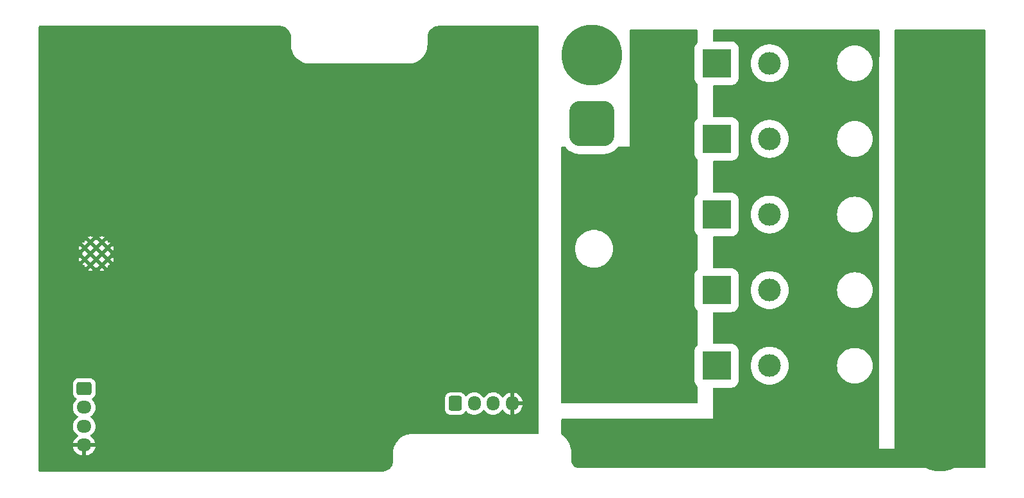
<source format=gbr>
%TF.GenerationSoftware,KiCad,Pcbnew,(6.0.10-0)*%
%TF.CreationDate,2022-12-27T02:05:37+01:00*%
%TF.ProjectId,BMS_PDB,424d535f-5044-4422-9e6b-696361645f70,rev?*%
%TF.SameCoordinates,Original*%
%TF.FileFunction,Copper,L2,Bot*%
%TF.FilePolarity,Positive*%
%FSLAX46Y46*%
G04 Gerber Fmt 4.6, Leading zero omitted, Abs format (unit mm)*
G04 Created by KiCad (PCBNEW (6.0.10-0)) date 2022-12-27 02:05:37*
%MOMM*%
%LPD*%
G01*
G04 APERTURE LIST*
G04 Aperture macros list*
%AMRoundRect*
0 Rectangle with rounded corners*
0 $1 Rounding radius*
0 $2 $3 $4 $5 $6 $7 $8 $9 X,Y pos of 4 corners*
0 Add a 4 corners polygon primitive as box body*
4,1,4,$2,$3,$4,$5,$6,$7,$8,$9,$2,$3,0*
0 Add four circle primitives for the rounded corners*
1,1,$1+$1,$2,$3*
1,1,$1+$1,$4,$5*
1,1,$1+$1,$6,$7*
1,1,$1+$1,$8,$9*
0 Add four rect primitives between the rounded corners*
20,1,$1+$1,$2,$3,$4,$5,0*
20,1,$1+$1,$4,$5,$6,$7,0*
20,1,$1+$1,$6,$7,$8,$9,0*
20,1,$1+$1,$8,$9,$2,$3,0*%
G04 Aperture macros list end*
%TA.AperFunction,ComponentPad*%
%ADD10RoundRect,0.250000X-0.725000X0.600000X-0.725000X-0.600000X0.725000X-0.600000X0.725000X0.600000X0*%
%TD*%
%TA.AperFunction,ComponentPad*%
%ADD11O,1.950000X1.700000*%
%TD*%
%TA.AperFunction,ComponentPad*%
%ADD12C,3.000000*%
%TD*%
%TA.AperFunction,ComponentPad*%
%ADD13C,4.400000*%
%TD*%
%TA.AperFunction,ConnectorPad*%
%ADD14C,8.000000*%
%TD*%
%TA.AperFunction,ComponentPad*%
%ADD15RoundRect,0.250000X-0.600000X-0.725000X0.600000X-0.725000X0.600000X0.725000X-0.600000X0.725000X0*%
%TD*%
%TA.AperFunction,ComponentPad*%
%ADD16O,1.700000X1.950000*%
%TD*%
%TA.AperFunction,ComponentPad*%
%ADD17R,3.800000X3.800000*%
%TD*%
%TA.AperFunction,ComponentPad*%
%ADD18C,3.800000*%
%TD*%
%TA.AperFunction,ComponentPad*%
%ADD19RoundRect,1.500000X-1.500000X1.500000X-1.500000X-1.500000X1.500000X-1.500000X1.500000X1.500000X0*%
%TD*%
%TA.AperFunction,ComponentPad*%
%ADD20C,6.000000*%
%TD*%
%TA.AperFunction,HeatsinkPad*%
%ADD21C,0.475000*%
%TD*%
G04 APERTURE END LIST*
D10*
%TO.P,J9,1,Pin_1*%
%TO.N,+5V*%
X94000000Y-119000000D03*
D11*
%TO.P,J9,2,Pin_2*%
%TO.N,Net-(J10-Pad2)*%
X94000000Y-121500000D03*
%TO.P,J9,3,Pin_3*%
%TO.N,Net-(J10-Pad3)*%
X94000000Y-124000000D03*
%TO.P,J9,4,Pin_4*%
%TO.N,GND1*%
X94000000Y-126500000D03*
%TD*%
D12*
%TO.P,F2,1*%
%TO.N,GND*%
X207000000Y-116000000D03*
%TO.P,F2,2*%
%TO.N,Net-(F2-Pad2)*%
X184500000Y-116000000D03*
%TD*%
D13*
%TO.P,J1,1,Pin_1*%
%TO.N,GND*%
X207000000Y-126000000D03*
D14*
X207000000Y-126000000D03*
%TD*%
D15*
%TO.P,J10,1,Pin_1*%
%TO.N,+5V*%
X143000000Y-121000000D03*
D16*
%TO.P,J10,2,Pin_2*%
%TO.N,Net-(J10-Pad2)*%
X145500000Y-121000000D03*
%TO.P,J10,3,Pin_3*%
%TO.N,Net-(J10-Pad3)*%
X148000000Y-121000000D03*
%TO.P,J10,4,Pin_4*%
%TO.N,GND1*%
X150500000Y-121000000D03*
%TD*%
D12*
%TO.P,F3,1*%
%TO.N,GND*%
X207000000Y-96000000D03*
%TO.P,F3,2*%
%TO.N,Net-(F3-Pad2)*%
X184500000Y-96000000D03*
%TD*%
D17*
%TO.P,J6,1,Pin_1*%
%TO.N,Net-(F4-Pad2)*%
X177500000Y-86000000D03*
D18*
%TO.P,J6,2,Pin_2*%
%TO.N,+24V*%
X172500000Y-86000000D03*
%TD*%
D17*
%TO.P,J4,1,Pin_1*%
%TO.N,Net-(F2-Pad2)*%
X177500000Y-116000000D03*
D18*
%TO.P,J4,2,Pin_2*%
%TO.N,+24V*%
X172500000Y-116000000D03*
%TD*%
D17*
%TO.P,J5,1,Pin_1*%
%TO.N,Net-(F3-Pad2)*%
X177500000Y-96000000D03*
D18*
%TO.P,J5,2,Pin_2*%
%TO.N,+24V*%
X172500000Y-96000000D03*
%TD*%
D19*
%TO.P,J8,1,Pin_1*%
%TO.N,Net-(J2-Pad1)*%
X161000000Y-84000000D03*
D20*
%TO.P,J8,2,Pin_2*%
%TO.N,+24V*%
X161000000Y-91200000D03*
%TD*%
D14*
%TO.P,J2,1,Pin_1*%
%TO.N,Net-(J2-Pad1)*%
X161000000Y-74930000D03*
D13*
X161000000Y-74930000D03*
%TD*%
D21*
%TO.P,U1,39,GND*%
%TO.N,GND1*%
X95590000Y-100417500D03*
X94827500Y-102705000D03*
X96352500Y-99655000D03*
X97115000Y-101942500D03*
X96352500Y-101180000D03*
X94827500Y-99655000D03*
X94065000Y-101942500D03*
X97115000Y-100417500D03*
X94827500Y-101180000D03*
X94065000Y-100417500D03*
X96352500Y-102705000D03*
X95590000Y-101942500D03*
%TD*%
D12*
%TO.P,F1,1*%
%TO.N,GND*%
X207000000Y-106000000D03*
%TO.P,F1,2*%
%TO.N,Net-(F1-Pad2)*%
X184500000Y-106000000D03*
%TD*%
%TO.P,F5,1*%
%TO.N,GND*%
X207000000Y-76000000D03*
%TO.P,F5,2*%
%TO.N,Net-(F5-Pad2)*%
X184500000Y-76000000D03*
%TD*%
D17*
%TO.P,J3,1,Pin_1*%
%TO.N,Net-(F1-Pad2)*%
X177500000Y-106000000D03*
D18*
%TO.P,J3,2,Pin_2*%
%TO.N,+24V*%
X172500000Y-106000000D03*
%TD*%
D12*
%TO.P,F4,1*%
%TO.N,GND*%
X207000000Y-86000000D03*
%TO.P,F4,2*%
%TO.N,Net-(F4-Pad2)*%
X184500000Y-86000000D03*
%TD*%
D17*
%TO.P,J7,1,Pin_1*%
%TO.N,Net-(F5-Pad2)*%
X177500000Y-76000000D03*
D18*
%TO.P,J7,2,Pin_2*%
%TO.N,+24V*%
X172500000Y-76000000D03*
%TD*%
%TA.AperFunction,Conductor*%
%TO.N,GND1*%
G36*
X119778945Y-71044215D02*
G01*
X119793771Y-71046524D01*
X119793778Y-71046524D01*
X119802646Y-71047905D01*
X119811550Y-71046741D01*
X119811551Y-71046741D01*
X119817900Y-71045911D01*
X119843222Y-71045168D01*
X120012197Y-71057255D01*
X120029988Y-71059814D01*
X120030031Y-71059823D01*
X120220312Y-71101219D01*
X120237562Y-71106284D01*
X120420060Y-71174356D01*
X120436411Y-71181824D01*
X120607367Y-71275175D01*
X120622482Y-71284889D01*
X120778408Y-71401616D01*
X120778412Y-71401619D01*
X120791996Y-71413389D01*
X120929734Y-71551130D01*
X120941495Y-71564703D01*
X121000162Y-71643074D01*
X121058227Y-71720641D01*
X121067946Y-71735765D01*
X121161289Y-71906715D01*
X121168757Y-71923068D01*
X121236824Y-72105568D01*
X121241889Y-72122817D01*
X121283291Y-72313147D01*
X121285849Y-72330938D01*
X121297440Y-72493007D01*
X121296729Y-72510090D01*
X121296731Y-72510090D01*
X121296621Y-72519060D01*
X121295239Y-72527934D01*
X121296403Y-72536837D01*
X121296403Y-72536844D01*
X121299366Y-72559504D01*
X121300430Y-72575840D01*
X121300430Y-73480968D01*
X121298684Y-73501872D01*
X121295354Y-73521666D01*
X121295201Y-73534218D01*
X121295890Y-73539029D01*
X121296088Y-73542064D01*
X121296551Y-73546618D01*
X121314127Y-73837140D01*
X121314811Y-73840873D01*
X121314812Y-73840880D01*
X121356190Y-74066659D01*
X121368832Y-74135644D01*
X121369961Y-74139266D01*
X121369963Y-74139273D01*
X121457987Y-74421747D01*
X121457990Y-74421754D01*
X121459119Y-74425378D01*
X121460679Y-74428844D01*
X121460681Y-74428848D01*
X121582102Y-74698627D01*
X121583672Y-74702116D01*
X121740674Y-74961824D01*
X121743017Y-74964814D01*
X121743022Y-74964821D01*
X121893105Y-75156383D01*
X121927836Y-75200713D01*
X122142428Y-75415300D01*
X122381322Y-75602457D01*
X122641033Y-75759453D01*
X122917774Y-75884000D01*
X122921414Y-75885134D01*
X122921416Y-75885135D01*
X123089447Y-75937493D01*
X123207510Y-75974281D01*
X123211266Y-75974969D01*
X123211269Y-75974970D01*
X123306593Y-75992437D01*
X123506015Y-76028980D01*
X123509814Y-76029210D01*
X123509816Y-76029210D01*
X123575930Y-76033208D01*
X123778103Y-76045434D01*
X123791396Y-76046950D01*
X123796386Y-76047790D01*
X123802941Y-76047870D01*
X123804079Y-76047884D01*
X123804082Y-76047884D01*
X123808938Y-76047943D01*
X123813746Y-76047254D01*
X123813752Y-76047254D01*
X123836559Y-76043987D01*
X123854423Y-76042714D01*
X136755688Y-76042714D01*
X136776591Y-76044460D01*
X136796386Y-76047790D01*
X136802514Y-76047865D01*
X136804071Y-76047884D01*
X136804075Y-76047884D01*
X136808938Y-76047943D01*
X136813756Y-76047253D01*
X136816399Y-76047081D01*
X136821675Y-76046545D01*
X136927715Y-76040129D01*
X137111856Y-76028988D01*
X137265201Y-76000884D01*
X137406609Y-75974968D01*
X137406613Y-75974967D01*
X137410356Y-75974281D01*
X137528410Y-75937493D01*
X137696455Y-75885127D01*
X137696462Y-75885124D01*
X137700086Y-75883995D01*
X137976821Y-75759443D01*
X138236526Y-75602444D01*
X138269801Y-75576375D01*
X138472417Y-75417633D01*
X138475413Y-75415286D01*
X138689999Y-75200698D01*
X138827089Y-75025714D01*
X138874801Y-74964814D01*
X138874803Y-74964811D01*
X138877155Y-74961809D01*
X139026130Y-74715375D01*
X139032182Y-74705364D01*
X139032184Y-74705360D01*
X139034153Y-74702103D01*
X139158702Y-74425367D01*
X139248986Y-74135637D01*
X139282197Y-73954420D01*
X139303005Y-73840876D01*
X139303006Y-73840870D01*
X139303690Y-73837136D01*
X139303919Y-73833346D01*
X139303920Y-73833340D01*
X139320150Y-73565059D01*
X139321664Y-73551776D01*
X139321699Y-73551570D01*
X139321700Y-73551564D01*
X139322506Y-73546770D01*
X139322659Y-73534218D01*
X139318702Y-73506585D01*
X139317430Y-73488725D01*
X139317430Y-72583577D01*
X139318930Y-72564192D01*
X139321240Y-72549359D01*
X139321240Y-72549355D01*
X139322621Y-72540486D01*
X139320626Y-72525230D01*
X139319883Y-72499906D01*
X139331967Y-72330941D01*
X139334525Y-72313146D01*
X139375929Y-72122813D01*
X139380994Y-72105564D01*
X139398575Y-72058426D01*
X139449064Y-71923059D01*
X139456526Y-71906720D01*
X139549878Y-71735757D01*
X139559598Y-71720633D01*
X139676323Y-71564707D01*
X139688096Y-71551120D01*
X139825828Y-71413389D01*
X139839415Y-71401616D01*
X139995347Y-71284889D01*
X140010471Y-71275170D01*
X140181421Y-71181826D01*
X140197773Y-71174358D01*
X140197779Y-71174356D01*
X140353243Y-71116372D01*
X140380275Y-71106290D01*
X140397525Y-71101225D01*
X140549138Y-71068245D01*
X140587858Y-71059823D01*
X140605651Y-71057265D01*
X140767596Y-71045685D01*
X140785228Y-71046418D01*
X140793770Y-71046523D01*
X140802646Y-71047905D01*
X140811549Y-71046741D01*
X140834218Y-71043777D01*
X140850553Y-71042714D01*
X153874000Y-71042714D01*
X153942121Y-71062716D01*
X153988614Y-71116372D01*
X154000000Y-71168714D01*
X154000000Y-124899714D01*
X153979998Y-124967835D01*
X153926342Y-125014328D01*
X153874000Y-125025714D01*
X137362182Y-125025714D01*
X137341275Y-125023967D01*
X137321490Y-125020638D01*
X137314898Y-125020558D01*
X137313796Y-125020544D01*
X137313793Y-125020544D01*
X137308938Y-125020485D01*
X137304125Y-125021174D01*
X137301923Y-125021318D01*
X137295805Y-125021940D01*
X137233392Y-125025714D01*
X137009816Y-125039234D01*
X137009811Y-125039235D01*
X137006018Y-125039464D01*
X137002275Y-125040150D01*
X137002274Y-125040150D01*
X136711263Y-125093476D01*
X136711260Y-125093477D01*
X136707515Y-125094163D01*
X136703882Y-125095295D01*
X136703878Y-125095296D01*
X136545205Y-125144739D01*
X136417782Y-125184444D01*
X136414311Y-125186006D01*
X136414306Y-125186008D01*
X136247695Y-125260992D01*
X136141043Y-125308991D01*
X135881336Y-125465987D01*
X135642445Y-125653143D01*
X135427857Y-125867730D01*
X135425515Y-125870720D01*
X135425510Y-125870725D01*
X135337952Y-125982484D01*
X135240698Y-126106619D01*
X135238732Y-126109871D01*
X135238730Y-126109874D01*
X135234972Y-126116091D01*
X135083700Y-126366326D01*
X135049287Y-126442788D01*
X134972710Y-126612937D01*
X134959151Y-126643063D01*
X134958018Y-126646699D01*
X134883319Y-126886421D01*
X134868868Y-126932795D01*
X134814166Y-127231298D01*
X134813937Y-127235087D01*
X134813936Y-127235094D01*
X134797711Y-127503370D01*
X134796194Y-127516671D01*
X134795354Y-127521666D01*
X134795201Y-127534218D01*
X134795891Y-127539034D01*
X134799157Y-127561840D01*
X134800430Y-127579703D01*
X134800430Y-128484844D01*
X134798930Y-128504231D01*
X134795239Y-128527934D01*
X134797234Y-128543191D01*
X134797977Y-128568515D01*
X134785890Y-128737489D01*
X134783332Y-128755279D01*
X134741928Y-128945606D01*
X134736864Y-128962855D01*
X134668791Y-129145364D01*
X134661323Y-129161716D01*
X134567974Y-129332673D01*
X134558254Y-129347797D01*
X134441527Y-129503726D01*
X134429755Y-129517312D01*
X134292024Y-129655044D01*
X134278438Y-129666817D01*
X134122502Y-129783551D01*
X134107379Y-129793269D01*
X133936423Y-129886620D01*
X133920076Y-129894086D01*
X133737565Y-129962161D01*
X133720329Y-129967222D01*
X133529991Y-130008630D01*
X133512201Y-130011189D01*
X133350386Y-130022764D01*
X133332065Y-130022002D01*
X133324073Y-130021905D01*
X133315198Y-130020523D01*
X133283641Y-130024650D01*
X133267302Y-130025714D01*
X88126000Y-130025714D01*
X88057879Y-130005712D01*
X88011386Y-129952056D01*
X88000000Y-129899714D01*
X88000000Y-126768580D01*
X92543752Y-126768580D01*
X92568477Y-126886421D01*
X92571537Y-126896617D01*
X92652263Y-127101029D01*
X92656994Y-127110561D01*
X92771016Y-127298462D01*
X92777280Y-127307052D01*
X92921327Y-127473052D01*
X92928958Y-127480472D01*
X93098911Y-127619826D01*
X93107678Y-127625850D01*
X93298682Y-127734576D01*
X93308346Y-127739041D01*
X93514941Y-127814031D01*
X93525208Y-127816802D01*
X93728174Y-127853504D01*
X93741414Y-127852085D01*
X93746000Y-127837450D01*
X93746000Y-127833849D01*
X94254000Y-127833849D01*
X94258310Y-127848527D01*
X94270193Y-127850590D01*
X94349325Y-127843876D01*
X94359797Y-127842086D01*
X94572535Y-127786870D01*
X94582575Y-127783335D01*
X94782970Y-127693063D01*
X94792256Y-127687894D01*
X94974575Y-127565150D01*
X94982870Y-127558481D01*
X95141900Y-127406772D01*
X95148941Y-127398814D01*
X95280141Y-127222475D01*
X95285745Y-127213438D01*
X95385357Y-127017516D01*
X95389357Y-127007665D01*
X95454534Y-126797760D01*
X95456817Y-126787376D01*
X95458861Y-126771957D01*
X95456665Y-126757793D01*
X95443478Y-126754000D01*
X94272115Y-126754000D01*
X94256876Y-126758475D01*
X94255671Y-126759865D01*
X94254000Y-126767548D01*
X94254000Y-127833849D01*
X93746000Y-127833849D01*
X93746000Y-126772115D01*
X93741525Y-126756876D01*
X93740135Y-126755671D01*
X93732452Y-126754000D01*
X92558808Y-126754000D01*
X92545277Y-126757973D01*
X92543752Y-126768580D01*
X88000000Y-126768580D01*
X88000000Y-123935774D01*
X92513102Y-123935774D01*
X92521751Y-124166158D01*
X92569093Y-124391791D01*
X92571051Y-124396750D01*
X92571052Y-124396752D01*
X92608402Y-124491326D01*
X92653776Y-124606221D01*
X92773377Y-124803317D01*
X92776874Y-124807347D01*
X92863438Y-124907103D01*
X92924477Y-124977445D01*
X92966030Y-125011516D01*
X93098627Y-125120240D01*
X93098633Y-125120244D01*
X93102755Y-125123624D01*
X93107398Y-125126267D01*
X93134735Y-125141829D01*
X93184041Y-125192912D01*
X93197902Y-125262542D01*
X93171918Y-125328613D01*
X93142768Y-125355851D01*
X93025422Y-125434852D01*
X93017130Y-125441519D01*
X92858100Y-125593228D01*
X92851059Y-125601186D01*
X92719859Y-125777525D01*
X92714255Y-125786562D01*
X92614643Y-125982484D01*
X92610643Y-125992335D01*
X92545466Y-126202240D01*
X92543183Y-126212624D01*
X92541139Y-126228043D01*
X92543335Y-126242207D01*
X92556522Y-126246000D01*
X95441192Y-126246000D01*
X95454723Y-126242027D01*
X95456248Y-126231420D01*
X95431523Y-126113579D01*
X95428463Y-126103383D01*
X95347737Y-125898971D01*
X95343006Y-125889439D01*
X95228984Y-125701538D01*
X95222720Y-125692948D01*
X95078673Y-125526948D01*
X95071042Y-125519528D01*
X94901089Y-125380174D01*
X94892326Y-125374152D01*
X94865289Y-125358762D01*
X94815982Y-125307680D01*
X94802120Y-125238049D01*
X94828103Y-125171978D01*
X94857253Y-125144739D01*
X94933396Y-125093476D01*
X94979319Y-125062559D01*
X94999893Y-125042933D01*
X95142278Y-124907103D01*
X95146135Y-124903424D01*
X95283754Y-124718458D01*
X95388240Y-124512949D01*
X95424321Y-124396752D01*
X95455024Y-124297871D01*
X95456607Y-124292773D01*
X95462149Y-124250956D01*
X95486198Y-124069511D01*
X95486198Y-124069506D01*
X95486898Y-124064226D01*
X95478249Y-123833842D01*
X95430907Y-123608209D01*
X95428948Y-123603248D01*
X95348185Y-123398744D01*
X95348184Y-123398742D01*
X95346224Y-123393779D01*
X95226623Y-123196683D01*
X95139755Y-123096576D01*
X95079023Y-123026588D01*
X95079021Y-123026586D01*
X95075523Y-123022555D01*
X95033970Y-122988484D01*
X94901373Y-122879760D01*
X94901367Y-122879756D01*
X94897245Y-122876376D01*
X94865750Y-122858448D01*
X94816445Y-122807368D01*
X94802583Y-122737738D01*
X94828566Y-122671667D01*
X94857716Y-122644427D01*
X94893642Y-122620240D01*
X94979319Y-122562559D01*
X95146135Y-122403424D01*
X95156255Y-122389823D01*
X95280568Y-122222740D01*
X95283754Y-122218458D01*
X95294002Y-122198303D01*
X95358704Y-122071042D01*
X95388240Y-122012949D01*
X95394204Y-121993744D01*
X95455024Y-121797871D01*
X95456607Y-121792773D01*
X95458910Y-121775400D01*
X141641500Y-121775400D01*
X141641837Y-121778646D01*
X141641837Y-121778650D01*
X141650875Y-121865752D01*
X141652474Y-121881166D01*
X141654655Y-121887702D01*
X141654655Y-121887704D01*
X141686405Y-121982870D01*
X141708450Y-122048946D01*
X141801522Y-122199348D01*
X141926697Y-122324305D01*
X141932927Y-122328145D01*
X141932928Y-122328146D01*
X142070090Y-122412694D01*
X142077262Y-122417115D01*
X142112938Y-122428948D01*
X142238611Y-122470632D01*
X142238613Y-122470632D01*
X142245139Y-122472797D01*
X142251975Y-122473497D01*
X142251978Y-122473498D01*
X142287663Y-122477154D01*
X142349600Y-122483500D01*
X143650400Y-122483500D01*
X143653646Y-122483163D01*
X143653650Y-122483163D01*
X143749308Y-122473238D01*
X143749312Y-122473237D01*
X143756166Y-122472526D01*
X143762702Y-122470345D01*
X143762704Y-122470345D01*
X143894806Y-122426272D01*
X143923946Y-122416550D01*
X144074348Y-122323478D01*
X144199305Y-122198303D01*
X144289081Y-122052660D01*
X144341852Y-122005168D01*
X144411924Y-121993744D01*
X144477048Y-122022018D01*
X144487510Y-122031805D01*
X144529215Y-122075523D01*
X144596576Y-122146135D01*
X144781542Y-122283754D01*
X144786293Y-122286170D01*
X144786297Y-122286172D01*
X144827946Y-122307347D01*
X144987051Y-122388240D01*
X144992145Y-122389822D01*
X144992148Y-122389823D01*
X145157583Y-122441192D01*
X145207227Y-122456607D01*
X145212516Y-122457308D01*
X145430489Y-122486198D01*
X145430494Y-122486198D01*
X145435774Y-122486898D01*
X145441103Y-122486698D01*
X145441105Y-122486698D01*
X145550966Y-122482574D01*
X145666158Y-122478249D01*
X145688802Y-122473498D01*
X145886572Y-122432002D01*
X145891791Y-122430907D01*
X145896750Y-122428949D01*
X145896752Y-122428948D01*
X146101256Y-122348185D01*
X146101258Y-122348184D01*
X146106221Y-122346224D01*
X146111525Y-122343006D01*
X146298757Y-122229390D01*
X146298756Y-122229390D01*
X146303317Y-122226623D01*
X146343134Y-122192072D01*
X146473412Y-122079023D01*
X146473414Y-122079021D01*
X146477445Y-122075523D01*
X146544500Y-121993744D01*
X146620240Y-121901373D01*
X146620244Y-121901367D01*
X146623624Y-121897245D01*
X146641552Y-121865750D01*
X146692632Y-121816445D01*
X146762262Y-121802583D01*
X146828333Y-121828566D01*
X146855573Y-121857716D01*
X146937441Y-121979319D01*
X146941120Y-121983176D01*
X146941122Y-121983178D01*
X146978174Y-122022018D01*
X147096576Y-122146135D01*
X147281542Y-122283754D01*
X147286293Y-122286170D01*
X147286297Y-122286172D01*
X147327946Y-122307347D01*
X147487051Y-122388240D01*
X147492145Y-122389822D01*
X147492148Y-122389823D01*
X147657583Y-122441192D01*
X147707227Y-122456607D01*
X147712516Y-122457308D01*
X147930489Y-122486198D01*
X147930494Y-122486198D01*
X147935774Y-122486898D01*
X147941103Y-122486698D01*
X147941105Y-122486698D01*
X148050966Y-122482574D01*
X148166158Y-122478249D01*
X148188802Y-122473498D01*
X148386572Y-122432002D01*
X148391791Y-122430907D01*
X148396750Y-122428949D01*
X148396752Y-122428948D01*
X148601256Y-122348185D01*
X148601258Y-122348184D01*
X148606221Y-122346224D01*
X148611525Y-122343006D01*
X148798757Y-122229390D01*
X148798756Y-122229390D01*
X148803317Y-122226623D01*
X148843134Y-122192072D01*
X148973412Y-122079023D01*
X148973414Y-122079021D01*
X148977445Y-122075523D01*
X149044500Y-121993744D01*
X149120240Y-121901373D01*
X149120244Y-121901367D01*
X149123624Y-121897245D01*
X149129055Y-121887704D01*
X149141829Y-121865265D01*
X149192912Y-121815959D01*
X149262542Y-121802098D01*
X149328613Y-121828082D01*
X149355851Y-121857232D01*
X149434852Y-121974578D01*
X149441519Y-121982870D01*
X149593228Y-122141900D01*
X149601186Y-122148941D01*
X149777525Y-122280141D01*
X149786562Y-122285745D01*
X149982484Y-122385357D01*
X149992335Y-122389357D01*
X150202240Y-122454534D01*
X150212624Y-122456817D01*
X150228043Y-122458861D01*
X150242207Y-122456665D01*
X150246000Y-122443478D01*
X150246000Y-122441192D01*
X150754000Y-122441192D01*
X150757973Y-122454723D01*
X150768580Y-122456248D01*
X150886421Y-122431523D01*
X150896617Y-122428463D01*
X151101029Y-122347737D01*
X151110561Y-122343006D01*
X151298462Y-122228984D01*
X151307052Y-122222720D01*
X151473052Y-122078673D01*
X151480472Y-122071042D01*
X151619826Y-121901089D01*
X151625850Y-121892322D01*
X151734576Y-121701318D01*
X151739041Y-121691654D01*
X151814031Y-121485059D01*
X151816802Y-121474792D01*
X151853504Y-121271826D01*
X151852085Y-121258586D01*
X151837450Y-121254000D01*
X150772115Y-121254000D01*
X150756876Y-121258475D01*
X150755671Y-121259865D01*
X150754000Y-121267548D01*
X150754000Y-122441192D01*
X150246000Y-122441192D01*
X150246000Y-120727885D01*
X150754000Y-120727885D01*
X150758475Y-120743124D01*
X150759865Y-120744329D01*
X150767548Y-120746000D01*
X151833849Y-120746000D01*
X151848527Y-120741690D01*
X151850590Y-120729807D01*
X151843876Y-120650675D01*
X151842086Y-120640203D01*
X151786870Y-120427465D01*
X151783335Y-120417425D01*
X151693063Y-120217030D01*
X151687894Y-120207744D01*
X151565150Y-120025425D01*
X151558481Y-120017130D01*
X151406772Y-119858100D01*
X151398814Y-119851059D01*
X151222475Y-119719859D01*
X151213438Y-119714255D01*
X151017516Y-119614643D01*
X151007665Y-119610643D01*
X150797760Y-119545466D01*
X150787376Y-119543183D01*
X150771957Y-119541139D01*
X150757793Y-119543335D01*
X150754000Y-119556522D01*
X150754000Y-120727885D01*
X150246000Y-120727885D01*
X150246000Y-119558808D01*
X150242027Y-119545277D01*
X150231420Y-119543752D01*
X150113579Y-119568477D01*
X150103383Y-119571537D01*
X149898971Y-119652263D01*
X149889439Y-119656994D01*
X149701538Y-119771016D01*
X149692948Y-119777280D01*
X149526948Y-119921327D01*
X149519528Y-119928958D01*
X149380174Y-120098911D01*
X149374152Y-120107674D01*
X149358762Y-120134711D01*
X149307680Y-120184018D01*
X149238049Y-120197880D01*
X149171978Y-120171897D01*
X149144739Y-120142747D01*
X149093791Y-120067072D01*
X149062559Y-120020681D01*
X149003918Y-119959209D01*
X148974725Y-119928608D01*
X148903424Y-119853865D01*
X148718458Y-119716246D01*
X148713707Y-119713830D01*
X148713703Y-119713828D01*
X148595588Y-119653776D01*
X148512949Y-119611760D01*
X148507855Y-119610178D01*
X148507852Y-119610177D01*
X148297871Y-119544976D01*
X148292773Y-119543393D01*
X148287484Y-119542692D01*
X148069511Y-119513802D01*
X148069506Y-119513802D01*
X148064226Y-119513102D01*
X148058897Y-119513302D01*
X148058895Y-119513302D01*
X147949034Y-119517427D01*
X147833842Y-119521751D01*
X147828623Y-119522846D01*
X147806566Y-119527474D01*
X147608209Y-119569093D01*
X147603250Y-119571051D01*
X147603248Y-119571052D01*
X147398744Y-119651815D01*
X147398742Y-119651816D01*
X147393779Y-119653776D01*
X147389220Y-119656543D01*
X147389217Y-119656544D01*
X147294113Y-119714255D01*
X147196683Y-119773377D01*
X147192653Y-119776874D01*
X147031174Y-119916998D01*
X147022555Y-119924477D01*
X147019168Y-119928608D01*
X146879760Y-120098627D01*
X146879756Y-120098633D01*
X146876376Y-120102755D01*
X146858448Y-120134250D01*
X146807368Y-120183555D01*
X146737738Y-120197417D01*
X146671667Y-120171434D01*
X146644427Y-120142284D01*
X146617814Y-120102755D01*
X146562559Y-120020681D01*
X146503918Y-119959209D01*
X146474725Y-119928608D01*
X146403424Y-119853865D01*
X146218458Y-119716246D01*
X146213707Y-119713830D01*
X146213703Y-119713828D01*
X146095588Y-119653776D01*
X146012949Y-119611760D01*
X146007855Y-119610178D01*
X146007852Y-119610177D01*
X145797871Y-119544976D01*
X145792773Y-119543393D01*
X145787484Y-119542692D01*
X145569511Y-119513802D01*
X145569506Y-119513802D01*
X145564226Y-119513102D01*
X145558897Y-119513302D01*
X145558895Y-119513302D01*
X145449034Y-119517427D01*
X145333842Y-119521751D01*
X145328623Y-119522846D01*
X145306566Y-119527474D01*
X145108209Y-119569093D01*
X145103250Y-119571051D01*
X145103248Y-119571052D01*
X144898744Y-119651815D01*
X144898742Y-119651816D01*
X144893779Y-119653776D01*
X144889220Y-119656543D01*
X144889217Y-119656544D01*
X144794113Y-119714255D01*
X144696683Y-119773377D01*
X144692653Y-119776874D01*
X144531174Y-119916998D01*
X144522555Y-119924477D01*
X144493330Y-119960120D01*
X144434671Y-120000114D01*
X144363701Y-120002046D01*
X144302952Y-119965302D01*
X144288752Y-119946532D01*
X144202332Y-119806880D01*
X144198478Y-119800652D01*
X144073303Y-119675695D01*
X144042965Y-119656994D01*
X143928968Y-119586725D01*
X143928966Y-119586724D01*
X143922738Y-119582885D01*
X143809353Y-119545277D01*
X143761389Y-119529368D01*
X143761387Y-119529368D01*
X143754861Y-119527203D01*
X143748025Y-119526503D01*
X143748022Y-119526502D01*
X143704969Y-119522091D01*
X143650400Y-119516500D01*
X142349600Y-119516500D01*
X142346354Y-119516837D01*
X142346350Y-119516837D01*
X142250692Y-119526762D01*
X142250688Y-119526763D01*
X142243834Y-119527474D01*
X142237298Y-119529655D01*
X142237296Y-119529655D01*
X142105194Y-119573728D01*
X142076054Y-119583450D01*
X141925652Y-119676522D01*
X141800695Y-119801697D01*
X141796855Y-119807927D01*
X141796854Y-119807928D01*
X141722244Y-119928968D01*
X141707885Y-119952262D01*
X141686472Y-120016822D01*
X141656432Y-120107390D01*
X141652203Y-120120139D01*
X141651503Y-120126975D01*
X141651502Y-120126978D01*
X141649338Y-120148102D01*
X141641500Y-120224600D01*
X141641500Y-121775400D01*
X95458910Y-121775400D01*
X95470009Y-121691654D01*
X95486198Y-121569511D01*
X95486198Y-121569506D01*
X95486898Y-121564226D01*
X95483541Y-121474792D01*
X95478449Y-121339173D01*
X95478249Y-121333842D01*
X95430907Y-121108209D01*
X95346224Y-120893779D01*
X95226623Y-120696683D01*
X95223126Y-120692653D01*
X95079023Y-120526588D01*
X95079021Y-120526586D01*
X95075523Y-120522555D01*
X95039880Y-120493330D01*
X94999886Y-120434671D01*
X94997954Y-120363701D01*
X95034698Y-120302952D01*
X95053468Y-120288752D01*
X95193120Y-120202332D01*
X95199348Y-120198478D01*
X95324305Y-120073303D01*
X95402448Y-119946532D01*
X95413275Y-119928968D01*
X95413276Y-119928966D01*
X95417115Y-119922738D01*
X95457609Y-119800652D01*
X95470632Y-119761389D01*
X95470632Y-119761387D01*
X95472797Y-119754861D01*
X95476754Y-119716246D01*
X95477909Y-119704969D01*
X95483500Y-119650400D01*
X95483500Y-118349600D01*
X95472526Y-118243834D01*
X95416550Y-118076054D01*
X95323478Y-117925652D01*
X95198303Y-117800695D01*
X95192072Y-117796854D01*
X95053968Y-117711725D01*
X95053966Y-117711724D01*
X95047738Y-117707885D01*
X94887254Y-117654655D01*
X94886389Y-117654368D01*
X94886387Y-117654368D01*
X94879861Y-117652203D01*
X94873025Y-117651503D01*
X94873022Y-117651502D01*
X94829969Y-117647091D01*
X94775400Y-117641500D01*
X93224600Y-117641500D01*
X93221354Y-117641837D01*
X93221350Y-117641837D01*
X93125692Y-117651762D01*
X93125688Y-117651763D01*
X93118834Y-117652474D01*
X93112298Y-117654655D01*
X93112296Y-117654655D01*
X92980194Y-117698728D01*
X92951054Y-117708450D01*
X92800652Y-117801522D01*
X92675695Y-117926697D01*
X92582885Y-118077262D01*
X92527203Y-118245139D01*
X92516500Y-118349600D01*
X92516500Y-119650400D01*
X92516837Y-119653646D01*
X92516837Y-119653650D01*
X92523663Y-119719432D01*
X92527474Y-119756166D01*
X92529655Y-119762702D01*
X92529655Y-119762704D01*
X92544743Y-119807928D01*
X92583450Y-119923946D01*
X92676522Y-120074348D01*
X92681704Y-120079521D01*
X92736990Y-120134711D01*
X92801697Y-120199305D01*
X92807927Y-120203145D01*
X92807928Y-120203146D01*
X92822170Y-120211925D01*
X92947340Y-120289081D01*
X92994832Y-120341852D01*
X93006256Y-120411924D01*
X92977982Y-120477048D01*
X92968195Y-120487510D01*
X92853865Y-120596576D01*
X92716246Y-120781542D01*
X92611760Y-120987051D01*
X92610178Y-120992145D01*
X92610177Y-120992148D01*
X92548115Y-121192020D01*
X92543393Y-121207227D01*
X92542692Y-121212516D01*
X92527304Y-121328623D01*
X92513102Y-121435774D01*
X92521751Y-121666158D01*
X92522846Y-121671377D01*
X92528198Y-121696886D01*
X92569093Y-121891791D01*
X92571051Y-121896750D01*
X92571052Y-121896752D01*
X92642897Y-122078673D01*
X92653776Y-122106221D01*
X92656543Y-122110780D01*
X92656544Y-122110783D01*
X92728517Y-122229390D01*
X92773377Y-122303317D01*
X92776874Y-122307347D01*
X92920444Y-122472797D01*
X92924477Y-122477445D01*
X92928608Y-122480832D01*
X93098627Y-122620240D01*
X93098633Y-122620244D01*
X93102755Y-122623624D01*
X93134250Y-122641552D01*
X93183555Y-122692632D01*
X93197417Y-122762262D01*
X93171434Y-122828333D01*
X93142284Y-122855573D01*
X93020681Y-122937441D01*
X92853865Y-123096576D01*
X92716246Y-123281542D01*
X92611760Y-123487051D01*
X92610178Y-123492145D01*
X92610177Y-123492148D01*
X92566441Y-123633002D01*
X92543393Y-123707227D01*
X92542692Y-123712516D01*
X92520351Y-123881082D01*
X92513102Y-123935774D01*
X88000000Y-123935774D01*
X88000000Y-103375420D01*
X94498575Y-103375420D01*
X94501358Y-103379138D01*
X94639400Y-103430475D01*
X94652991Y-103433864D01*
X94804808Y-103454121D01*
X94818804Y-103454414D01*
X94971331Y-103440533D01*
X94985055Y-103437716D01*
X95130719Y-103390387D01*
X95143469Y-103384603D01*
X95145299Y-103383512D01*
X95152802Y-103375420D01*
X96023575Y-103375420D01*
X96026358Y-103379138D01*
X96164400Y-103430475D01*
X96177991Y-103433864D01*
X96329808Y-103454121D01*
X96343804Y-103454414D01*
X96496331Y-103440533D01*
X96510055Y-103437716D01*
X96655719Y-103390387D01*
X96668469Y-103384603D01*
X96670299Y-103383512D01*
X96679887Y-103373171D01*
X96676381Y-103364757D01*
X96365312Y-103053688D01*
X96351368Y-103046074D01*
X96349533Y-103046205D01*
X96342923Y-103050453D01*
X96030334Y-103363041D01*
X96023575Y-103375420D01*
X95152802Y-103375420D01*
X95154887Y-103373171D01*
X95151381Y-103364757D01*
X94840312Y-103053688D01*
X94826368Y-103046074D01*
X94824533Y-103046205D01*
X94817923Y-103050453D01*
X94505334Y-103363041D01*
X94498575Y-103375420D01*
X88000000Y-103375420D01*
X88000000Y-102612920D01*
X93736075Y-102612920D01*
X93738858Y-102616638D01*
X93876900Y-102667975D01*
X93890491Y-102671364D01*
X93978542Y-102683112D01*
X94043419Y-102711947D01*
X94082407Y-102771280D01*
X94087277Y-102795709D01*
X94092990Y-102853971D01*
X94095901Y-102867664D01*
X94144246Y-103012993D01*
X94149213Y-103023743D01*
X94158988Y-103032680D01*
X94167607Y-103029018D01*
X94478816Y-102717808D01*
X94485193Y-102706129D01*
X95168574Y-102706129D01*
X95168705Y-102707967D01*
X95172955Y-102714579D01*
X95485122Y-103026747D01*
X95497501Y-103033506D01*
X95517006Y-103018905D01*
X95583527Y-102994094D01*
X95652901Y-103009186D01*
X95677533Y-103026779D01*
X95683988Y-103032680D01*
X95692607Y-103029018D01*
X96003816Y-102717808D01*
X96010193Y-102706129D01*
X96693574Y-102706129D01*
X96693705Y-102707967D01*
X96697955Y-102714579D01*
X97010122Y-103026747D01*
X97022501Y-103033506D01*
X97026317Y-103030649D01*
X97076646Y-102898157D01*
X97080128Y-102884596D01*
X97093321Y-102790724D01*
X97122609Y-102726050D01*
X97182213Y-102687477D01*
X97206676Y-102682778D01*
X97258840Y-102678031D01*
X97272555Y-102675216D01*
X97418219Y-102627887D01*
X97430969Y-102622103D01*
X97432799Y-102621012D01*
X97442387Y-102610671D01*
X97438881Y-102602257D01*
X97127812Y-102291188D01*
X97113868Y-102283574D01*
X97112033Y-102283705D01*
X97105423Y-102287953D01*
X96727505Y-102665870D01*
X96727503Y-102665872D01*
X96701185Y-102692191D01*
X96693574Y-102706129D01*
X96010193Y-102706129D01*
X96011427Y-102703870D01*
X96011295Y-102702034D01*
X96007046Y-102695422D01*
X95629130Y-102317505D01*
X95629128Y-102317503D01*
X95602809Y-102291185D01*
X95588871Y-102283574D01*
X95587033Y-102283705D01*
X95580421Y-102287955D01*
X95202505Y-102665870D01*
X95202503Y-102665872D01*
X95176185Y-102692191D01*
X95168574Y-102706129D01*
X94485193Y-102706129D01*
X94486427Y-102703870D01*
X94486295Y-102702034D01*
X94482046Y-102695422D01*
X94104130Y-102317505D01*
X94104128Y-102317503D01*
X94077809Y-102291185D01*
X94063871Y-102283574D01*
X94062033Y-102283705D01*
X94055421Y-102287955D01*
X93742834Y-102600541D01*
X93736075Y-102612920D01*
X88000000Y-102612920D01*
X88000000Y-101939037D01*
X93315544Y-101939037D01*
X93330490Y-102091470D01*
X93333401Y-102105164D01*
X93381746Y-102250493D01*
X93386713Y-102261243D01*
X93396488Y-102270180D01*
X93405107Y-102266518D01*
X93716316Y-101955308D01*
X93722693Y-101943629D01*
X94406074Y-101943629D01*
X94406205Y-101945468D01*
X94410453Y-101952077D01*
X94440005Y-101981630D01*
X94440004Y-101981630D01*
X94440005Y-101981631D01*
X94814690Y-102356315D01*
X94828630Y-102363927D01*
X94830466Y-102363795D01*
X94837078Y-102359546D01*
X95214995Y-101981630D01*
X95214997Y-101981628D01*
X95241315Y-101955309D01*
X95247693Y-101943629D01*
X95931074Y-101943629D01*
X95931205Y-101945468D01*
X95935453Y-101952077D01*
X95965005Y-101981630D01*
X95965004Y-101981630D01*
X95965005Y-101981631D01*
X96339690Y-102356315D01*
X96353630Y-102363927D01*
X96355466Y-102363795D01*
X96362078Y-102359546D01*
X96739995Y-101981630D01*
X96739997Y-101981628D01*
X96766315Y-101955309D01*
X96772692Y-101943630D01*
X97456073Y-101943630D01*
X97456205Y-101945466D01*
X97460454Y-101952078D01*
X97772622Y-102264247D01*
X97785001Y-102271006D01*
X97788817Y-102268149D01*
X97839146Y-102135657D01*
X97842628Y-102122096D01*
X97864374Y-101967369D01*
X97864980Y-101959487D01*
X97865162Y-101946447D01*
X97864777Y-101938577D01*
X97847359Y-101783290D01*
X97844257Y-101769637D01*
X97793889Y-101625000D01*
X97791976Y-101621009D01*
X97784271Y-101614159D01*
X97775220Y-101618155D01*
X97463684Y-101929692D01*
X97456073Y-101943630D01*
X96772692Y-101943630D01*
X96773926Y-101941371D01*
X96773795Y-101939533D01*
X96769545Y-101932921D01*
X96391630Y-101555005D01*
X96391628Y-101555003D01*
X96365309Y-101528685D01*
X96351371Y-101521074D01*
X96349533Y-101521205D01*
X96342921Y-101525455D01*
X95965005Y-101903370D01*
X95965003Y-101903372D01*
X95938685Y-101929691D01*
X95931074Y-101943629D01*
X95247693Y-101943629D01*
X95248926Y-101941371D01*
X95248795Y-101939533D01*
X95244545Y-101932921D01*
X94866630Y-101555005D01*
X94866628Y-101555003D01*
X94840309Y-101528685D01*
X94826371Y-101521074D01*
X94824533Y-101521205D01*
X94817921Y-101525455D01*
X94440005Y-101903370D01*
X94440003Y-101903372D01*
X94413685Y-101929691D01*
X94406074Y-101943629D01*
X93722693Y-101943629D01*
X93723927Y-101941370D01*
X93723795Y-101939534D01*
X93719546Y-101932922D01*
X93406825Y-101620201D01*
X93394445Y-101613441D01*
X93390231Y-101616596D01*
X93338227Y-101759473D01*
X93334935Y-101773081D01*
X93315740Y-101925031D01*
X93315544Y-101939037D01*
X88000000Y-101939037D01*
X88000000Y-101087920D01*
X93736075Y-101087920D01*
X93750362Y-101107005D01*
X93775173Y-101173525D01*
X93760082Y-101242899D01*
X93743075Y-101266886D01*
X93737003Y-101273621D01*
X93740827Y-101282451D01*
X94052188Y-101593812D01*
X94066132Y-101601426D01*
X94067967Y-101601295D01*
X94074577Y-101597047D01*
X94452495Y-101219130D01*
X94452497Y-101219128D01*
X94478815Y-101192809D01*
X94485193Y-101181129D01*
X95168574Y-101181129D01*
X95168705Y-101182968D01*
X95172953Y-101189577D01*
X95202505Y-101219130D01*
X95202504Y-101219130D01*
X95202505Y-101219131D01*
X95577190Y-101593815D01*
X95591130Y-101601427D01*
X95592966Y-101601295D01*
X95599578Y-101597046D01*
X95977495Y-101219130D01*
X95977497Y-101219128D01*
X96003815Y-101192809D01*
X96010193Y-101181129D01*
X96693574Y-101181129D01*
X96693705Y-101182968D01*
X96697953Y-101189577D01*
X96727505Y-101219130D01*
X96727504Y-101219130D01*
X96727505Y-101219131D01*
X97102190Y-101593815D01*
X97116130Y-101601427D01*
X97117966Y-101601295D01*
X97124578Y-101597046D01*
X97436900Y-101284725D01*
X97443659Y-101272347D01*
X97428745Y-101252425D01*
X97403934Y-101185905D01*
X97419025Y-101116530D01*
X97437218Y-101091246D01*
X97442387Y-101085671D01*
X97438881Y-101077257D01*
X97127812Y-100766188D01*
X97113868Y-100758574D01*
X97112033Y-100758705D01*
X97105423Y-100762953D01*
X96727505Y-101140870D01*
X96727503Y-101140872D01*
X96701185Y-101167191D01*
X96693574Y-101181129D01*
X96010193Y-101181129D01*
X96011426Y-101178871D01*
X96011295Y-101177033D01*
X96007045Y-101170421D01*
X95629130Y-100792505D01*
X95629128Y-100792503D01*
X95602809Y-100766185D01*
X95588871Y-100758574D01*
X95587033Y-100758705D01*
X95580421Y-100762955D01*
X95202505Y-101140870D01*
X95202503Y-101140872D01*
X95176185Y-101167191D01*
X95168574Y-101181129D01*
X94485193Y-101181129D01*
X94486426Y-101178871D01*
X94486295Y-101177033D01*
X94482045Y-101170421D01*
X94104130Y-100792505D01*
X94104128Y-100792503D01*
X94077809Y-100766185D01*
X94063871Y-100758574D01*
X94062033Y-100758705D01*
X94055421Y-100762955D01*
X93742834Y-101075541D01*
X93736075Y-101087920D01*
X88000000Y-101087920D01*
X88000000Y-100414037D01*
X93315544Y-100414037D01*
X93330490Y-100566470D01*
X93333401Y-100580164D01*
X93381746Y-100725493D01*
X93386713Y-100736243D01*
X93396488Y-100745180D01*
X93405107Y-100741518D01*
X93716316Y-100430308D01*
X93722693Y-100418629D01*
X94406074Y-100418629D01*
X94406205Y-100420468D01*
X94410453Y-100427077D01*
X94440005Y-100456630D01*
X94440004Y-100456630D01*
X94440005Y-100456631D01*
X94814690Y-100831315D01*
X94828630Y-100838927D01*
X94830466Y-100838795D01*
X94837078Y-100834546D01*
X95214995Y-100456630D01*
X95214997Y-100456628D01*
X95241315Y-100430309D01*
X95247693Y-100418629D01*
X95931074Y-100418629D01*
X95931205Y-100420468D01*
X95935453Y-100427077D01*
X95965005Y-100456630D01*
X95965004Y-100456630D01*
X95965005Y-100456631D01*
X96339690Y-100831315D01*
X96353630Y-100838927D01*
X96355466Y-100838795D01*
X96362078Y-100834546D01*
X96739995Y-100456630D01*
X96739997Y-100456628D01*
X96766315Y-100430309D01*
X96772692Y-100418630D01*
X97456073Y-100418630D01*
X97456205Y-100420466D01*
X97460454Y-100427078D01*
X97772622Y-100739247D01*
X97785001Y-100746006D01*
X97788817Y-100743149D01*
X97839146Y-100610657D01*
X97842628Y-100597096D01*
X97864374Y-100442369D01*
X97864980Y-100434487D01*
X97865162Y-100421447D01*
X97864777Y-100413577D01*
X97847359Y-100258290D01*
X97844257Y-100244637D01*
X97793889Y-100100000D01*
X97791976Y-100096009D01*
X97784271Y-100089159D01*
X97775220Y-100093155D01*
X97463684Y-100404692D01*
X97456073Y-100418630D01*
X96772692Y-100418630D01*
X96773926Y-100416371D01*
X96773795Y-100414533D01*
X96769545Y-100407921D01*
X96391630Y-100030005D01*
X96391628Y-100030003D01*
X96365309Y-100003685D01*
X96351371Y-99996074D01*
X96349533Y-99996205D01*
X96342921Y-100000455D01*
X95965005Y-100378370D01*
X95965003Y-100378372D01*
X95938685Y-100404691D01*
X95931074Y-100418629D01*
X95247693Y-100418629D01*
X95248926Y-100416371D01*
X95248795Y-100414533D01*
X95244545Y-100407921D01*
X94866630Y-100030005D01*
X94866628Y-100030003D01*
X94840309Y-100003685D01*
X94826371Y-99996074D01*
X94824533Y-99996205D01*
X94817921Y-100000455D01*
X94440005Y-100378370D01*
X94440003Y-100378372D01*
X94413685Y-100404691D01*
X94406074Y-100418629D01*
X93722693Y-100418629D01*
X93723927Y-100416370D01*
X93723795Y-100414534D01*
X93719546Y-100407922D01*
X93406825Y-100095201D01*
X93394445Y-100088441D01*
X93390231Y-100091596D01*
X93338227Y-100234473D01*
X93334935Y-100248081D01*
X93315740Y-100400031D01*
X93315544Y-100414037D01*
X88000000Y-100414037D01*
X88000000Y-99748621D01*
X93737003Y-99748621D01*
X93740827Y-99757451D01*
X94052188Y-100068812D01*
X94066132Y-100076426D01*
X94067967Y-100076295D01*
X94074577Y-100072047D01*
X94452495Y-99694130D01*
X94452497Y-99694128D01*
X94478815Y-99667809D01*
X94485192Y-99656130D01*
X95168573Y-99656130D01*
X95168705Y-99657966D01*
X95172954Y-99664578D01*
X95202505Y-99694130D01*
X95202504Y-99694130D01*
X95202505Y-99694131D01*
X95577190Y-100068815D01*
X95591130Y-100076427D01*
X95592966Y-100076295D01*
X95599578Y-100072046D01*
X95977495Y-99694130D01*
X95977497Y-99694128D01*
X96003815Y-99667809D01*
X96010192Y-99656130D01*
X96693573Y-99656130D01*
X96693705Y-99657966D01*
X96697954Y-99664578D01*
X96727505Y-99694130D01*
X96727504Y-99694130D01*
X96727505Y-99694131D01*
X97102190Y-100068815D01*
X97116130Y-100076427D01*
X97117966Y-100076295D01*
X97124578Y-100072046D01*
X97436900Y-99759725D01*
X97443659Y-99747346D01*
X97439689Y-99742043D01*
X97437232Y-99740844D01*
X97292948Y-99689467D01*
X97279323Y-99686272D01*
X97203041Y-99677175D01*
X97137768Y-99649247D01*
X97097956Y-99590464D01*
X97092746Y-99566106D01*
X97084859Y-99495790D01*
X97081757Y-99482137D01*
X97031389Y-99337500D01*
X97029476Y-99333509D01*
X97021771Y-99326659D01*
X97012720Y-99330655D01*
X96701184Y-99642192D01*
X96693573Y-99656130D01*
X96010192Y-99656130D01*
X96011426Y-99653871D01*
X96011295Y-99652034D01*
X96007044Y-99645420D01*
X95694325Y-99332701D01*
X95681945Y-99325941D01*
X95663329Y-99339877D01*
X95596809Y-99364688D01*
X95527435Y-99349597D01*
X95504110Y-99333183D01*
X95496771Y-99326659D01*
X95487720Y-99330655D01*
X95176184Y-99642192D01*
X95168573Y-99656130D01*
X94485192Y-99656130D01*
X94486426Y-99653871D01*
X94486295Y-99652034D01*
X94482044Y-99645420D01*
X94169325Y-99332701D01*
X94156945Y-99325941D01*
X94152731Y-99329096D01*
X94100727Y-99471973D01*
X94097435Y-99485582D01*
X94087052Y-99567770D01*
X94058670Y-99632847D01*
X93999610Y-99672248D01*
X93975217Y-99677288D01*
X93910902Y-99684048D01*
X93897238Y-99687053D01*
X93752243Y-99736412D01*
X93744889Y-99739873D01*
X93737003Y-99748621D01*
X88000000Y-99748621D01*
X88000000Y-98986121D01*
X94499503Y-98986121D01*
X94503327Y-98994951D01*
X94814688Y-99306312D01*
X94828632Y-99313926D01*
X94830467Y-99313795D01*
X94837077Y-99309547D01*
X95149400Y-98997225D01*
X95155463Y-98986121D01*
X96024503Y-98986121D01*
X96028327Y-98994951D01*
X96339688Y-99306312D01*
X96353632Y-99313926D01*
X96355467Y-99313795D01*
X96362077Y-99309547D01*
X96674400Y-98997225D01*
X96681159Y-98984846D01*
X96677189Y-98979543D01*
X96674732Y-98978344D01*
X96530448Y-98926967D01*
X96516822Y-98923771D01*
X96364729Y-98905635D01*
X96350733Y-98905537D01*
X96198402Y-98921548D01*
X96184738Y-98924553D01*
X96039743Y-98973912D01*
X96032389Y-98977373D01*
X96024503Y-98986121D01*
X95155463Y-98986121D01*
X95156159Y-98984846D01*
X95152189Y-98979543D01*
X95149732Y-98978344D01*
X95005448Y-98926967D01*
X94991822Y-98923771D01*
X94839729Y-98905635D01*
X94825733Y-98905537D01*
X94673402Y-98921548D01*
X94659738Y-98924553D01*
X94514743Y-98973912D01*
X94507389Y-98977373D01*
X94499503Y-98986121D01*
X88000000Y-98986121D01*
X88000000Y-71168714D01*
X88020002Y-71100593D01*
X88073658Y-71054100D01*
X88126000Y-71042714D01*
X119759557Y-71042714D01*
X119778945Y-71044215D01*
G37*
%TD.AperFunction*%
%TD*%
%TA.AperFunction,Conductor*%
%TO.N,+24V*%
G36*
X174942121Y-71554716D02*
G01*
X174988614Y-71608372D01*
X175000000Y-71660714D01*
X175000000Y-73238443D01*
X174979998Y-73306564D01*
X174953636Y-73336086D01*
X174893831Y-73384862D01*
X174888891Y-73388891D01*
X174760427Y-73546404D01*
X174666259Y-73726530D01*
X174610234Y-73921913D01*
X174599500Y-74042184D01*
X174599500Y-77957816D01*
X174610234Y-78078087D01*
X174666259Y-78273470D01*
X174760427Y-78453596D01*
X174888891Y-78611109D01*
X174893831Y-78615138D01*
X174953636Y-78663914D01*
X174993784Y-78722469D01*
X175000000Y-78761557D01*
X175000000Y-83238443D01*
X174979998Y-83306564D01*
X174953636Y-83336086D01*
X174893831Y-83384862D01*
X174888891Y-83388891D01*
X174760427Y-83546404D01*
X174666259Y-83726530D01*
X174610234Y-83921913D01*
X174599500Y-84042184D01*
X174599500Y-87957816D01*
X174610234Y-88078087D01*
X174666259Y-88273470D01*
X174760427Y-88453596D01*
X174888891Y-88611109D01*
X174893831Y-88615138D01*
X174953636Y-88663914D01*
X174993784Y-88722469D01*
X175000000Y-88761557D01*
X175000000Y-93238443D01*
X174979998Y-93306564D01*
X174953636Y-93336086D01*
X174893831Y-93384862D01*
X174888891Y-93388891D01*
X174760427Y-93546404D01*
X174666259Y-93726530D01*
X174610234Y-93921913D01*
X174599500Y-94042184D01*
X174599500Y-97957816D01*
X174610234Y-98078087D01*
X174666259Y-98273470D01*
X174760427Y-98453596D01*
X174888891Y-98611109D01*
X174893831Y-98615138D01*
X174953636Y-98663914D01*
X174993784Y-98722469D01*
X175000000Y-98761557D01*
X175000000Y-103238443D01*
X174979998Y-103306564D01*
X174953636Y-103336086D01*
X174893831Y-103384862D01*
X174888891Y-103388891D01*
X174760427Y-103546404D01*
X174666259Y-103726530D01*
X174610234Y-103921913D01*
X174599500Y-104042184D01*
X174599500Y-107957816D01*
X174610234Y-108078087D01*
X174666259Y-108273470D01*
X174760427Y-108453596D01*
X174888891Y-108611109D01*
X174893831Y-108615138D01*
X174953636Y-108663914D01*
X174993784Y-108722469D01*
X175000000Y-108761557D01*
X175000000Y-113238443D01*
X174979998Y-113306564D01*
X174953636Y-113336086D01*
X174893831Y-113384862D01*
X174888891Y-113388891D01*
X174760427Y-113546404D01*
X174666259Y-113726530D01*
X174610234Y-113921913D01*
X174599500Y-114042184D01*
X174599500Y-117957816D01*
X174610234Y-118078087D01*
X174666259Y-118273470D01*
X174760427Y-118453596D01*
X174888891Y-118611109D01*
X174893831Y-118615138D01*
X174953636Y-118663914D01*
X174993784Y-118722469D01*
X175000000Y-118761557D01*
X175000000Y-120874000D01*
X174979998Y-120942121D01*
X174926342Y-120988614D01*
X174874000Y-121000000D01*
X157126000Y-121000000D01*
X157057879Y-120979998D01*
X157011386Y-120926342D01*
X157000000Y-120874000D01*
X157000000Y-100534214D01*
X158803486Y-100534214D01*
X158823242Y-100848229D01*
X158882199Y-101157293D01*
X158979427Y-101456529D01*
X158981114Y-101460115D01*
X158981116Y-101460119D01*
X159111705Y-101737635D01*
X159111709Y-101737642D01*
X159113393Y-101741221D01*
X159281983Y-102006877D01*
X159482540Y-102249308D01*
X159711900Y-102464692D01*
X159715102Y-102467019D01*
X159715104Y-102467020D01*
X159963237Y-102647299D01*
X159963242Y-102647302D01*
X159966446Y-102649630D01*
X160242164Y-102801208D01*
X160401567Y-102864320D01*
X160531022Y-102915575D01*
X160531025Y-102915576D01*
X160534705Y-102917033D01*
X160538539Y-102918017D01*
X160538547Y-102918020D01*
X160727004Y-102966407D01*
X160839457Y-102995280D01*
X160843385Y-102995776D01*
X160843389Y-102995777D01*
X160967305Y-103011431D01*
X161151612Y-103034714D01*
X161466248Y-103034714D01*
X161650555Y-103011431D01*
X161774471Y-102995777D01*
X161774475Y-102995776D01*
X161778403Y-102995280D01*
X161890856Y-102966407D01*
X162079313Y-102918020D01*
X162079321Y-102918017D01*
X162083155Y-102917033D01*
X162086835Y-102915576D01*
X162086838Y-102915575D01*
X162216293Y-102864320D01*
X162375696Y-102801208D01*
X162651414Y-102649630D01*
X162654618Y-102647302D01*
X162654623Y-102647299D01*
X162902756Y-102467020D01*
X162902758Y-102467019D01*
X162905960Y-102464692D01*
X163135320Y-102249308D01*
X163335877Y-102006877D01*
X163504467Y-101741221D01*
X163506151Y-101737642D01*
X163506155Y-101737635D01*
X163636744Y-101460119D01*
X163636746Y-101460115D01*
X163638433Y-101456529D01*
X163735661Y-101157293D01*
X163794618Y-100848229D01*
X163814374Y-100534214D01*
X163794618Y-100220199D01*
X163735661Y-99911135D01*
X163638433Y-99611899D01*
X163636744Y-99608309D01*
X163506155Y-99330793D01*
X163506151Y-99330786D01*
X163504467Y-99327207D01*
X163335877Y-99061551D01*
X163135320Y-98819120D01*
X162905960Y-98603736D01*
X162902756Y-98601408D01*
X162654623Y-98421129D01*
X162654618Y-98421126D01*
X162651414Y-98418798D01*
X162375696Y-98267220D01*
X162216293Y-98204108D01*
X162086838Y-98152853D01*
X162086835Y-98152852D01*
X162083155Y-98151395D01*
X162079321Y-98150411D01*
X162079313Y-98150408D01*
X161820088Y-98083851D01*
X161778403Y-98073148D01*
X161774475Y-98072652D01*
X161774471Y-98072651D01*
X161650555Y-98056997D01*
X161466248Y-98033714D01*
X161151612Y-98033714D01*
X160967305Y-98056997D01*
X160843389Y-98072651D01*
X160843385Y-98072652D01*
X160839457Y-98073148D01*
X160797772Y-98083851D01*
X160538547Y-98150408D01*
X160538539Y-98150411D01*
X160534705Y-98151395D01*
X160531025Y-98152852D01*
X160531022Y-98152853D01*
X160401567Y-98204108D01*
X160242164Y-98267220D01*
X159966446Y-98418798D01*
X159963242Y-98421126D01*
X159963237Y-98421129D01*
X159715104Y-98601408D01*
X159711900Y-98603736D01*
X159482540Y-98819120D01*
X159281983Y-99061551D01*
X159113393Y-99327207D01*
X159111709Y-99330786D01*
X159111705Y-99330793D01*
X158981116Y-99608309D01*
X158979427Y-99611899D01*
X158882199Y-99911135D01*
X158823242Y-100220199D01*
X158803870Y-100528112D01*
X158803486Y-100534214D01*
X157000000Y-100534214D01*
X157000000Y-87126000D01*
X157020002Y-87057879D01*
X157073658Y-87011386D01*
X157126000Y-87000000D01*
X157437224Y-87000000D01*
X157505345Y-87020002D01*
X157536782Y-87048772D01*
X157620639Y-87156880D01*
X157843120Y-87379361D01*
X158091732Y-87572204D01*
X158362552Y-87732367D01*
X158366188Y-87733940D01*
X158366191Y-87733942D01*
X158473849Y-87780529D01*
X158651311Y-87857324D01*
X158655107Y-87858427D01*
X158655113Y-87858429D01*
X158949654Y-87944001D01*
X158953454Y-87945105D01*
X158957355Y-87945723D01*
X158957360Y-87945724D01*
X159127220Y-87972627D01*
X159264217Y-87994325D01*
X159280602Y-87995098D01*
X159393671Y-88000430D01*
X159393680Y-88000430D01*
X159395160Y-88000500D01*
X162604840Y-88000500D01*
X162606320Y-88000430D01*
X162606329Y-88000430D01*
X162719398Y-87995098D01*
X162735783Y-87994325D01*
X162872780Y-87972627D01*
X163042640Y-87945724D01*
X163042645Y-87945723D01*
X163046546Y-87945105D01*
X163050346Y-87944001D01*
X163344887Y-87858429D01*
X163344893Y-87858427D01*
X163348689Y-87857324D01*
X163526151Y-87780529D01*
X163633809Y-87733942D01*
X163633812Y-87733940D01*
X163637448Y-87732367D01*
X163908268Y-87572204D01*
X164156880Y-87379361D01*
X164379361Y-87156880D01*
X164463217Y-87048773D01*
X164520772Y-87007207D01*
X164562776Y-87000000D01*
X166000000Y-87000000D01*
X166000000Y-75143218D01*
X166000043Y-75139920D01*
X166005482Y-74932233D01*
X166005482Y-74932220D01*
X166005540Y-74930000D01*
X166000125Y-74808413D01*
X166000000Y-74802808D01*
X166000000Y-71660714D01*
X166020002Y-71592593D01*
X166073658Y-71546100D01*
X166126000Y-71534714D01*
X174874000Y-71534714D01*
X174942121Y-71554716D01*
G37*
%TD.AperFunction*%
%TD*%
%TA.AperFunction,Conductor*%
%TO.N,GND*%
G36*
X198941969Y-71554716D02*
G01*
X198988462Y-71608372D01*
X198999848Y-71660726D01*
X198999213Y-78615138D01*
X198994792Y-126999992D01*
X199008298Y-127000010D01*
X199008300Y-127000010D01*
X199992120Y-127001291D01*
X201000000Y-127002603D01*
X201994784Y-127003898D01*
X201988143Y-129533714D01*
X159372287Y-129533714D01*
X159358244Y-129532929D01*
X159329078Y-129529658D01*
X159322952Y-129528971D01*
X159298891Y-129530992D01*
X159277370Y-129530955D01*
X159235718Y-129527311D01*
X159146330Y-129519492D01*
X159124700Y-129515678D01*
X158977707Y-129476293D01*
X158957069Y-129468782D01*
X158819146Y-129404470D01*
X158800124Y-129393488D01*
X158675463Y-129306201D01*
X158658639Y-129292084D01*
X158551029Y-129184477D01*
X158536911Y-129167652D01*
X158449623Y-129042995D01*
X158438641Y-129023974D01*
X158374323Y-128886047D01*
X158366813Y-128865413D01*
X158362226Y-128848292D01*
X158327425Y-128718417D01*
X158323611Y-128696790D01*
X158313270Y-128578598D01*
X158313491Y-128560529D01*
X158313400Y-128560528D01*
X158313486Y-128554371D01*
X158314173Y-128548244D01*
X158309872Y-128497027D01*
X158309430Y-128486483D01*
X158309430Y-127605432D01*
X158310424Y-127589639D01*
X158313437Y-127565793D01*
X158313437Y-127565788D01*
X158313879Y-127562292D01*
X158314271Y-127534221D01*
X158312901Y-127520242D01*
X158312474Y-127514558D01*
X158297220Y-127223449D01*
X158297219Y-127223441D01*
X158297047Y-127220156D01*
X158247851Y-126909531D01*
X158166456Y-126605751D01*
X158162328Y-126594995D01*
X158054940Y-126315236D01*
X158053753Y-126312143D01*
X157910978Y-126031923D01*
X157909184Y-126029161D01*
X157909178Y-126029150D01*
X157741497Y-125770939D01*
X157741494Y-125770935D01*
X157739694Y-125768163D01*
X157541777Y-125523751D01*
X157319398Y-125301367D01*
X157165843Y-125177017D01*
X157077561Y-125105526D01*
X157077559Y-125105524D01*
X157074991Y-125103445D01*
X157072216Y-125101643D01*
X157072208Y-125101637D01*
X157057374Y-125092003D01*
X157011138Y-125038126D01*
X157000000Y-124986332D01*
X157000000Y-123126000D01*
X157020002Y-123057879D01*
X157073658Y-123011386D01*
X157126000Y-123000000D01*
X177000000Y-123000000D01*
X177000000Y-119026500D01*
X177020002Y-118958379D01*
X177073658Y-118911886D01*
X177126000Y-118900500D01*
X179457816Y-118900500D01*
X179460603Y-118900251D01*
X179460609Y-118900251D01*
X179546455Y-118892589D01*
X179578087Y-118889766D01*
X179773470Y-118833741D01*
X179953596Y-118739573D01*
X180111109Y-118611109D01*
X180201725Y-118500003D01*
X180235541Y-118458540D01*
X180235542Y-118458539D01*
X180239573Y-118453596D01*
X180333741Y-118273470D01*
X180389766Y-118078087D01*
X180400500Y-117957816D01*
X180400500Y-116000000D01*
X181994556Y-116000000D01*
X182014312Y-116314015D01*
X182073269Y-116623079D01*
X182170497Y-116922315D01*
X182172184Y-116925901D01*
X182172186Y-116925905D01*
X182302775Y-117203421D01*
X182302779Y-117203428D01*
X182304463Y-117207007D01*
X182473053Y-117472663D01*
X182475578Y-117475715D01*
X182634923Y-117668329D01*
X182673610Y-117715094D01*
X182902970Y-117930478D01*
X182906172Y-117932805D01*
X182906174Y-117932806D01*
X183154307Y-118113085D01*
X183154312Y-118113088D01*
X183157516Y-118115416D01*
X183433234Y-118266994D01*
X183463879Y-118279127D01*
X183722092Y-118381361D01*
X183722095Y-118381362D01*
X183725775Y-118382819D01*
X183729609Y-118383803D01*
X183729617Y-118383806D01*
X183870519Y-118419983D01*
X184030527Y-118461066D01*
X184034455Y-118461562D01*
X184034459Y-118461563D01*
X184158375Y-118477217D01*
X184342682Y-118500500D01*
X184657318Y-118500500D01*
X184841625Y-118477217D01*
X184965541Y-118461563D01*
X184965545Y-118461562D01*
X184969473Y-118461066D01*
X185129481Y-118419983D01*
X185270383Y-118383806D01*
X185270391Y-118383803D01*
X185274225Y-118382819D01*
X185277905Y-118381362D01*
X185277908Y-118381361D01*
X185536121Y-118279127D01*
X185566766Y-118266994D01*
X185842484Y-118115416D01*
X185845688Y-118113088D01*
X185845693Y-118113085D01*
X186093826Y-117932806D01*
X186093828Y-117932805D01*
X186097030Y-117930478D01*
X186326390Y-117715094D01*
X186365078Y-117668329D01*
X186524422Y-117475715D01*
X186526947Y-117472663D01*
X186695537Y-117207007D01*
X186697221Y-117203428D01*
X186697225Y-117203421D01*
X186827814Y-116925905D01*
X186827816Y-116925901D01*
X186829503Y-116922315D01*
X186926731Y-116623079D01*
X186985688Y-116314015D01*
X187005444Y-116000000D01*
X193394457Y-116000000D01*
X193414609Y-116307460D01*
X193415413Y-116311500D01*
X193415413Y-116311503D01*
X193416689Y-116317915D01*
X193474720Y-116609659D01*
X193573762Y-116901427D01*
X193710040Y-117177771D01*
X193881222Y-117433964D01*
X193883936Y-117437058D01*
X193883940Y-117437064D01*
X194081671Y-117662531D01*
X194084380Y-117665620D01*
X194087469Y-117668329D01*
X194312936Y-117866060D01*
X194312942Y-117866064D01*
X194316036Y-117868778D01*
X194572229Y-118039960D01*
X194575928Y-118041784D01*
X194575933Y-118041787D01*
X194661231Y-118083851D01*
X194848573Y-118176238D01*
X194852478Y-118177564D01*
X194852479Y-118177564D01*
X195136434Y-118273954D01*
X195136437Y-118273955D01*
X195140341Y-118275280D01*
X195144380Y-118276083D01*
X195144386Y-118276085D01*
X195438497Y-118334587D01*
X195438500Y-118334587D01*
X195442540Y-118335391D01*
X195446651Y-118335660D01*
X195446655Y-118335661D01*
X195671010Y-118350366D01*
X195671019Y-118350366D01*
X195673059Y-118350500D01*
X195826941Y-118350500D01*
X195828981Y-118350366D01*
X195828990Y-118350366D01*
X196053345Y-118335661D01*
X196053349Y-118335660D01*
X196057460Y-118335391D01*
X196061500Y-118334587D01*
X196061503Y-118334587D01*
X196355614Y-118276085D01*
X196355620Y-118276083D01*
X196359659Y-118275280D01*
X196363563Y-118273955D01*
X196363566Y-118273954D01*
X196647521Y-118177564D01*
X196647522Y-118177564D01*
X196651427Y-118176238D01*
X196838769Y-118083851D01*
X196924067Y-118041787D01*
X196924072Y-118041784D01*
X196927771Y-118039960D01*
X197183964Y-117868778D01*
X197187058Y-117866064D01*
X197187064Y-117866060D01*
X197412531Y-117668329D01*
X197415620Y-117665620D01*
X197418329Y-117662531D01*
X197616060Y-117437064D01*
X197616064Y-117437058D01*
X197618778Y-117433964D01*
X197789960Y-117177772D01*
X197926238Y-116901427D01*
X198025280Y-116609659D01*
X198083312Y-116317915D01*
X198084587Y-116311503D01*
X198084587Y-116311500D01*
X198085391Y-116307460D01*
X198105543Y-116000000D01*
X198103630Y-115970814D01*
X198085661Y-115696655D01*
X198085660Y-115696651D01*
X198085391Y-115692540D01*
X198084087Y-115685985D01*
X198026085Y-115394386D01*
X198026083Y-115394380D01*
X198025280Y-115390341D01*
X197976970Y-115248023D01*
X197927564Y-115102479D01*
X197927564Y-115102478D01*
X197926238Y-115098573D01*
X197789960Y-114822229D01*
X197618778Y-114566036D01*
X197616064Y-114562942D01*
X197616060Y-114562936D01*
X197418329Y-114337469D01*
X197415620Y-114334380D01*
X197356110Y-114282191D01*
X197187064Y-114133940D01*
X197187058Y-114133936D01*
X197183964Y-114131222D01*
X196927771Y-113960040D01*
X196924072Y-113958216D01*
X196924067Y-113958213D01*
X196774762Y-113884584D01*
X196651427Y-113823762D01*
X196384069Y-113733006D01*
X196363566Y-113726046D01*
X196363563Y-113726045D01*
X196359659Y-113724720D01*
X196355620Y-113723917D01*
X196355614Y-113723915D01*
X196061503Y-113665413D01*
X196061500Y-113665413D01*
X196057460Y-113664609D01*
X196053349Y-113664340D01*
X196053345Y-113664339D01*
X195828990Y-113649634D01*
X195828981Y-113649634D01*
X195826941Y-113649500D01*
X195673059Y-113649500D01*
X195671019Y-113649634D01*
X195671010Y-113649634D01*
X195446655Y-113664339D01*
X195446651Y-113664340D01*
X195442540Y-113664609D01*
X195438500Y-113665413D01*
X195438497Y-113665413D01*
X195144386Y-113723915D01*
X195144380Y-113723917D01*
X195140341Y-113724720D01*
X195136437Y-113726045D01*
X195136434Y-113726046D01*
X195115931Y-113733006D01*
X194848573Y-113823762D01*
X194725238Y-113884584D01*
X194575933Y-113958213D01*
X194575928Y-113958216D01*
X194572229Y-113960040D01*
X194316036Y-114131222D01*
X194312942Y-114133936D01*
X194312936Y-114133940D01*
X194143890Y-114282191D01*
X194084380Y-114334380D01*
X194081671Y-114337469D01*
X193883940Y-114562936D01*
X193883936Y-114562942D01*
X193881222Y-114566036D01*
X193710040Y-114822228D01*
X193573762Y-115098573D01*
X193572436Y-115102478D01*
X193572436Y-115102479D01*
X193523031Y-115248023D01*
X193474720Y-115390341D01*
X193473917Y-115394380D01*
X193473915Y-115394386D01*
X193415913Y-115685985D01*
X193414609Y-115692540D01*
X193414340Y-115696651D01*
X193414339Y-115696655D01*
X193396370Y-115970814D01*
X193394457Y-116000000D01*
X187005444Y-116000000D01*
X186985688Y-115685985D01*
X186926731Y-115376921D01*
X186829503Y-115077685D01*
X186827814Y-115074095D01*
X186697225Y-114796579D01*
X186697221Y-114796572D01*
X186695537Y-114792993D01*
X186526947Y-114527337D01*
X186367319Y-114334380D01*
X186328915Y-114287958D01*
X186328914Y-114287957D01*
X186326390Y-114284906D01*
X186097030Y-114069522D01*
X186063259Y-114044986D01*
X185845693Y-113886915D01*
X185845688Y-113886912D01*
X185842484Y-113884584D01*
X185566766Y-113733006D01*
X185310934Y-113631715D01*
X185277908Y-113618639D01*
X185277905Y-113618638D01*
X185274225Y-113617181D01*
X185270391Y-113616197D01*
X185270383Y-113616194D01*
X185081926Y-113567807D01*
X184969473Y-113538934D01*
X184965545Y-113538438D01*
X184965541Y-113538437D01*
X184841625Y-113522783D01*
X184657318Y-113499500D01*
X184342682Y-113499500D01*
X184158375Y-113522783D01*
X184034459Y-113538437D01*
X184034455Y-113538438D01*
X184030527Y-113538934D01*
X183918074Y-113567807D01*
X183729617Y-113616194D01*
X183729609Y-113616197D01*
X183725775Y-113617181D01*
X183722095Y-113618638D01*
X183722092Y-113618639D01*
X183689066Y-113631715D01*
X183433234Y-113733006D01*
X183157516Y-113884584D01*
X183154312Y-113886912D01*
X183154307Y-113886915D01*
X182936741Y-114044986D01*
X182902970Y-114069522D01*
X182673610Y-114284906D01*
X182671086Y-114287957D01*
X182671085Y-114287958D01*
X182632681Y-114334380D01*
X182473053Y-114527337D01*
X182304463Y-114792993D01*
X182302779Y-114796572D01*
X182302775Y-114796579D01*
X182172186Y-115074095D01*
X182170497Y-115077685D01*
X182073269Y-115376921D01*
X182014312Y-115685985D01*
X181994556Y-116000000D01*
X180400500Y-116000000D01*
X180400500Y-114042184D01*
X180389766Y-113921913D01*
X180333741Y-113726530D01*
X180239573Y-113546404D01*
X180233076Y-113538437D01*
X180115138Y-113393831D01*
X180111109Y-113388891D01*
X179953596Y-113260427D01*
X179773470Y-113166259D01*
X179578087Y-113110234D01*
X179546455Y-113107411D01*
X179460609Y-113099749D01*
X179460603Y-113099749D01*
X179457816Y-113099500D01*
X177126000Y-113099500D01*
X177057879Y-113079498D01*
X177011386Y-113025842D01*
X177000000Y-112973500D01*
X177000000Y-109026500D01*
X177020002Y-108958379D01*
X177073658Y-108911886D01*
X177126000Y-108900500D01*
X179457816Y-108900500D01*
X179460603Y-108900251D01*
X179460609Y-108900251D01*
X179546455Y-108892589D01*
X179578087Y-108889766D01*
X179773470Y-108833741D01*
X179953596Y-108739573D01*
X180111109Y-108611109D01*
X180201725Y-108500003D01*
X180235541Y-108458540D01*
X180235542Y-108458539D01*
X180239573Y-108453596D01*
X180333741Y-108273470D01*
X180389766Y-108078087D01*
X180400500Y-107957816D01*
X180400500Y-106000000D01*
X181994556Y-106000000D01*
X182014312Y-106314015D01*
X182073269Y-106623079D01*
X182170497Y-106922315D01*
X182172184Y-106925901D01*
X182172186Y-106925905D01*
X182302775Y-107203421D01*
X182302779Y-107203428D01*
X182304463Y-107207007D01*
X182473053Y-107472663D01*
X182475578Y-107475715D01*
X182634923Y-107668329D01*
X182673610Y-107715094D01*
X182902970Y-107930478D01*
X182906172Y-107932805D01*
X182906174Y-107932806D01*
X183154307Y-108113085D01*
X183154312Y-108113088D01*
X183157516Y-108115416D01*
X183433234Y-108266994D01*
X183463879Y-108279127D01*
X183722092Y-108381361D01*
X183722095Y-108381362D01*
X183725775Y-108382819D01*
X183729609Y-108383803D01*
X183729617Y-108383806D01*
X183870519Y-108419983D01*
X184030527Y-108461066D01*
X184034455Y-108461562D01*
X184034459Y-108461563D01*
X184158375Y-108477217D01*
X184342682Y-108500500D01*
X184657318Y-108500500D01*
X184841625Y-108477217D01*
X184965541Y-108461563D01*
X184965545Y-108461562D01*
X184969473Y-108461066D01*
X185129481Y-108419983D01*
X185270383Y-108383806D01*
X185270391Y-108383803D01*
X185274225Y-108382819D01*
X185277905Y-108381362D01*
X185277908Y-108381361D01*
X185536121Y-108279127D01*
X185566766Y-108266994D01*
X185842484Y-108115416D01*
X185845688Y-108113088D01*
X185845693Y-108113085D01*
X186093826Y-107932806D01*
X186093828Y-107932805D01*
X186097030Y-107930478D01*
X186326390Y-107715094D01*
X186365078Y-107668329D01*
X186524422Y-107475715D01*
X186526947Y-107472663D01*
X186695537Y-107207007D01*
X186697221Y-107203428D01*
X186697225Y-107203421D01*
X186827814Y-106925905D01*
X186827816Y-106925901D01*
X186829503Y-106922315D01*
X186926731Y-106623079D01*
X186985688Y-106314015D01*
X187005444Y-106000000D01*
X193394457Y-106000000D01*
X193414609Y-106307460D01*
X193415413Y-106311500D01*
X193415413Y-106311503D01*
X193416689Y-106317915D01*
X193474720Y-106609659D01*
X193573762Y-106901427D01*
X193710040Y-107177771D01*
X193881222Y-107433964D01*
X193883936Y-107437058D01*
X193883940Y-107437064D01*
X194081671Y-107662531D01*
X194084380Y-107665620D01*
X194087469Y-107668329D01*
X194312936Y-107866060D01*
X194312942Y-107866064D01*
X194316036Y-107868778D01*
X194572229Y-108039960D01*
X194575928Y-108041784D01*
X194575933Y-108041787D01*
X194661231Y-108083851D01*
X194848573Y-108176238D01*
X194852478Y-108177564D01*
X194852479Y-108177564D01*
X195136434Y-108273954D01*
X195136437Y-108273955D01*
X195140341Y-108275280D01*
X195144380Y-108276083D01*
X195144386Y-108276085D01*
X195438497Y-108334587D01*
X195438500Y-108334587D01*
X195442540Y-108335391D01*
X195446651Y-108335660D01*
X195446655Y-108335661D01*
X195671010Y-108350366D01*
X195671019Y-108350366D01*
X195673059Y-108350500D01*
X195826941Y-108350500D01*
X195828981Y-108350366D01*
X195828990Y-108350366D01*
X196053345Y-108335661D01*
X196053349Y-108335660D01*
X196057460Y-108335391D01*
X196061500Y-108334587D01*
X196061503Y-108334587D01*
X196355614Y-108276085D01*
X196355620Y-108276083D01*
X196359659Y-108275280D01*
X196363563Y-108273955D01*
X196363566Y-108273954D01*
X196647521Y-108177564D01*
X196647522Y-108177564D01*
X196651427Y-108176238D01*
X196838769Y-108083851D01*
X196924067Y-108041787D01*
X196924072Y-108041784D01*
X196927771Y-108039960D01*
X197183964Y-107868778D01*
X197187058Y-107866064D01*
X197187064Y-107866060D01*
X197412531Y-107668329D01*
X197415620Y-107665620D01*
X197418329Y-107662531D01*
X197616060Y-107437064D01*
X197616064Y-107437058D01*
X197618778Y-107433964D01*
X197789960Y-107177772D01*
X197926238Y-106901427D01*
X198025280Y-106609659D01*
X198083312Y-106317915D01*
X198084587Y-106311503D01*
X198084587Y-106311500D01*
X198085391Y-106307460D01*
X198105543Y-106000000D01*
X198103630Y-105970814D01*
X198085661Y-105696655D01*
X198085660Y-105696651D01*
X198085391Y-105692540D01*
X198084087Y-105685985D01*
X198026085Y-105394386D01*
X198026083Y-105394380D01*
X198025280Y-105390341D01*
X197976970Y-105248023D01*
X197927564Y-105102479D01*
X197927564Y-105102478D01*
X197926238Y-105098573D01*
X197789960Y-104822229D01*
X197618778Y-104566036D01*
X197616064Y-104562942D01*
X197616060Y-104562936D01*
X197418329Y-104337469D01*
X197415620Y-104334380D01*
X197356110Y-104282191D01*
X197187064Y-104133940D01*
X197187058Y-104133936D01*
X197183964Y-104131222D01*
X196927771Y-103960040D01*
X196924072Y-103958216D01*
X196924067Y-103958213D01*
X196774762Y-103884584D01*
X196651427Y-103823762D01*
X196384069Y-103733006D01*
X196363566Y-103726046D01*
X196363563Y-103726045D01*
X196359659Y-103724720D01*
X196355620Y-103723917D01*
X196355614Y-103723915D01*
X196061503Y-103665413D01*
X196061500Y-103665413D01*
X196057460Y-103664609D01*
X196053349Y-103664340D01*
X196053345Y-103664339D01*
X195828990Y-103649634D01*
X195828981Y-103649634D01*
X195826941Y-103649500D01*
X195673059Y-103649500D01*
X195671019Y-103649634D01*
X195671010Y-103649634D01*
X195446655Y-103664339D01*
X195446651Y-103664340D01*
X195442540Y-103664609D01*
X195438500Y-103665413D01*
X195438497Y-103665413D01*
X195144386Y-103723915D01*
X195144380Y-103723917D01*
X195140341Y-103724720D01*
X195136437Y-103726045D01*
X195136434Y-103726046D01*
X195115931Y-103733006D01*
X194848573Y-103823762D01*
X194725238Y-103884584D01*
X194575933Y-103958213D01*
X194575928Y-103958216D01*
X194572229Y-103960040D01*
X194316036Y-104131222D01*
X194312942Y-104133936D01*
X194312936Y-104133940D01*
X194143890Y-104282191D01*
X194084380Y-104334380D01*
X194081671Y-104337469D01*
X193883940Y-104562936D01*
X193883936Y-104562942D01*
X193881222Y-104566036D01*
X193710040Y-104822228D01*
X193573762Y-105098573D01*
X193572436Y-105102478D01*
X193572436Y-105102479D01*
X193523031Y-105248023D01*
X193474720Y-105390341D01*
X193473917Y-105394380D01*
X193473915Y-105394386D01*
X193415913Y-105685985D01*
X193414609Y-105692540D01*
X193414340Y-105696651D01*
X193414339Y-105696655D01*
X193396370Y-105970814D01*
X193394457Y-106000000D01*
X187005444Y-106000000D01*
X186985688Y-105685985D01*
X186926731Y-105376921D01*
X186829503Y-105077685D01*
X186827814Y-105074095D01*
X186697225Y-104796579D01*
X186697221Y-104796572D01*
X186695537Y-104792993D01*
X186526947Y-104527337D01*
X186367319Y-104334380D01*
X186328915Y-104287958D01*
X186328914Y-104287957D01*
X186326390Y-104284906D01*
X186097030Y-104069522D01*
X186063259Y-104044986D01*
X185845693Y-103886915D01*
X185845688Y-103886912D01*
X185842484Y-103884584D01*
X185566766Y-103733006D01*
X185310934Y-103631715D01*
X185277908Y-103618639D01*
X185277905Y-103618638D01*
X185274225Y-103617181D01*
X185270391Y-103616197D01*
X185270383Y-103616194D01*
X185081926Y-103567807D01*
X184969473Y-103538934D01*
X184965545Y-103538438D01*
X184965541Y-103538437D01*
X184841625Y-103522783D01*
X184657318Y-103499500D01*
X184342682Y-103499500D01*
X184158375Y-103522783D01*
X184034459Y-103538437D01*
X184034455Y-103538438D01*
X184030527Y-103538934D01*
X183918074Y-103567807D01*
X183729617Y-103616194D01*
X183729609Y-103616197D01*
X183725775Y-103617181D01*
X183722095Y-103618638D01*
X183722092Y-103618639D01*
X183689066Y-103631715D01*
X183433234Y-103733006D01*
X183157516Y-103884584D01*
X183154312Y-103886912D01*
X183154307Y-103886915D01*
X182936741Y-104044986D01*
X182902970Y-104069522D01*
X182673610Y-104284906D01*
X182671086Y-104287957D01*
X182671085Y-104287958D01*
X182632681Y-104334380D01*
X182473053Y-104527337D01*
X182304463Y-104792993D01*
X182302779Y-104796572D01*
X182302775Y-104796579D01*
X182172186Y-105074095D01*
X182170497Y-105077685D01*
X182073269Y-105376921D01*
X182014312Y-105685985D01*
X181994556Y-106000000D01*
X180400500Y-106000000D01*
X180400500Y-104042184D01*
X180389766Y-103921913D01*
X180333741Y-103726530D01*
X180239573Y-103546404D01*
X180233076Y-103538437D01*
X180115138Y-103393831D01*
X180111109Y-103388891D01*
X179953596Y-103260427D01*
X179773470Y-103166259D01*
X179578087Y-103110234D01*
X179546455Y-103107411D01*
X179460609Y-103099749D01*
X179460603Y-103099749D01*
X179457816Y-103099500D01*
X177126000Y-103099500D01*
X177057879Y-103079498D01*
X177011386Y-103025842D01*
X177000000Y-102973500D01*
X177000000Y-99026500D01*
X177020002Y-98958379D01*
X177073658Y-98911886D01*
X177126000Y-98900500D01*
X179457816Y-98900500D01*
X179460603Y-98900251D01*
X179460609Y-98900251D01*
X179546455Y-98892589D01*
X179578087Y-98889766D01*
X179773470Y-98833741D01*
X179953596Y-98739573D01*
X180111109Y-98611109D01*
X180201725Y-98500003D01*
X180235541Y-98458540D01*
X180235542Y-98458539D01*
X180239573Y-98453596D01*
X180333741Y-98273470D01*
X180389766Y-98078087D01*
X180400500Y-97957816D01*
X180400500Y-96000000D01*
X181994556Y-96000000D01*
X182014312Y-96314015D01*
X182073269Y-96623079D01*
X182170497Y-96922315D01*
X182172184Y-96925901D01*
X182172186Y-96925905D01*
X182302775Y-97203421D01*
X182302779Y-97203428D01*
X182304463Y-97207007D01*
X182473053Y-97472663D01*
X182475578Y-97475715D01*
X182634923Y-97668329D01*
X182673610Y-97715094D01*
X182902970Y-97930478D01*
X182906172Y-97932805D01*
X182906174Y-97932806D01*
X183154307Y-98113085D01*
X183154312Y-98113088D01*
X183157516Y-98115416D01*
X183433234Y-98266994D01*
X183463879Y-98279127D01*
X183722092Y-98381361D01*
X183722095Y-98381362D01*
X183725775Y-98382819D01*
X183729609Y-98383803D01*
X183729617Y-98383806D01*
X183870519Y-98419983D01*
X184030527Y-98461066D01*
X184034455Y-98461562D01*
X184034459Y-98461563D01*
X184158375Y-98477217D01*
X184342682Y-98500500D01*
X184657318Y-98500500D01*
X184841625Y-98477217D01*
X184965541Y-98461563D01*
X184965545Y-98461562D01*
X184969473Y-98461066D01*
X185129481Y-98419983D01*
X185270383Y-98383806D01*
X185270391Y-98383803D01*
X185274225Y-98382819D01*
X185277905Y-98381362D01*
X185277908Y-98381361D01*
X185536121Y-98279127D01*
X185566766Y-98266994D01*
X185842484Y-98115416D01*
X185845688Y-98113088D01*
X185845693Y-98113085D01*
X186093826Y-97932806D01*
X186093828Y-97932805D01*
X186097030Y-97930478D01*
X186326390Y-97715094D01*
X186365078Y-97668329D01*
X186524422Y-97475715D01*
X186526947Y-97472663D01*
X186695537Y-97207007D01*
X186697221Y-97203428D01*
X186697225Y-97203421D01*
X186827814Y-96925905D01*
X186827816Y-96925901D01*
X186829503Y-96922315D01*
X186926731Y-96623079D01*
X186985688Y-96314015D01*
X187005444Y-96000000D01*
X193394457Y-96000000D01*
X193414609Y-96307460D01*
X193415413Y-96311500D01*
X193415413Y-96311503D01*
X193416689Y-96317915D01*
X193474720Y-96609659D01*
X193573762Y-96901427D01*
X193710040Y-97177771D01*
X193881222Y-97433964D01*
X193883936Y-97437058D01*
X193883940Y-97437064D01*
X194081671Y-97662531D01*
X194084380Y-97665620D01*
X194087469Y-97668329D01*
X194312936Y-97866060D01*
X194312942Y-97866064D01*
X194316036Y-97868778D01*
X194572229Y-98039960D01*
X194575928Y-98041784D01*
X194575933Y-98041787D01*
X194661231Y-98083851D01*
X194848573Y-98176238D01*
X194852478Y-98177564D01*
X194852479Y-98177564D01*
X195136434Y-98273954D01*
X195136437Y-98273955D01*
X195140341Y-98275280D01*
X195144380Y-98276083D01*
X195144386Y-98276085D01*
X195438497Y-98334587D01*
X195438500Y-98334587D01*
X195442540Y-98335391D01*
X195446651Y-98335660D01*
X195446655Y-98335661D01*
X195671010Y-98350366D01*
X195671019Y-98350366D01*
X195673059Y-98350500D01*
X195826941Y-98350500D01*
X195828981Y-98350366D01*
X195828990Y-98350366D01*
X196053345Y-98335661D01*
X196053349Y-98335660D01*
X196057460Y-98335391D01*
X196061500Y-98334587D01*
X196061503Y-98334587D01*
X196355614Y-98276085D01*
X196355620Y-98276083D01*
X196359659Y-98275280D01*
X196363563Y-98273955D01*
X196363566Y-98273954D01*
X196647521Y-98177564D01*
X196647522Y-98177564D01*
X196651427Y-98176238D01*
X196838769Y-98083851D01*
X196924067Y-98041787D01*
X196924072Y-98041784D01*
X196927771Y-98039960D01*
X197183964Y-97868778D01*
X197187058Y-97866064D01*
X197187064Y-97866060D01*
X197412531Y-97668329D01*
X197415620Y-97665620D01*
X197418329Y-97662531D01*
X197616060Y-97437064D01*
X197616064Y-97437058D01*
X197618778Y-97433964D01*
X197789960Y-97177772D01*
X197926238Y-96901427D01*
X198025280Y-96609659D01*
X198083312Y-96317915D01*
X198084587Y-96311503D01*
X198084587Y-96311500D01*
X198085391Y-96307460D01*
X198105543Y-96000000D01*
X198103630Y-95970814D01*
X198085661Y-95696655D01*
X198085660Y-95696651D01*
X198085391Y-95692540D01*
X198084087Y-95685985D01*
X198026085Y-95394386D01*
X198026083Y-95394380D01*
X198025280Y-95390341D01*
X197976970Y-95248023D01*
X197927564Y-95102479D01*
X197927564Y-95102478D01*
X197926238Y-95098573D01*
X197843326Y-94930445D01*
X197791787Y-94825933D01*
X197791784Y-94825928D01*
X197789960Y-94822229D01*
X197618778Y-94566036D01*
X197616064Y-94562942D01*
X197616060Y-94562936D01*
X197418329Y-94337469D01*
X197415620Y-94334380D01*
X197319641Y-94250208D01*
X197187064Y-94133940D01*
X197187058Y-94133936D01*
X197183964Y-94131222D01*
X196927771Y-93960040D01*
X196924072Y-93958216D01*
X196924067Y-93958213D01*
X196774762Y-93884584D01*
X196651427Y-93823762D01*
X196384069Y-93733006D01*
X196363566Y-93726046D01*
X196363563Y-93726045D01*
X196359659Y-93724720D01*
X196355620Y-93723917D01*
X196355614Y-93723915D01*
X196061503Y-93665413D01*
X196061500Y-93665413D01*
X196057460Y-93664609D01*
X196053349Y-93664340D01*
X196053345Y-93664339D01*
X195828990Y-93649634D01*
X195828981Y-93649634D01*
X195826941Y-93649500D01*
X195673059Y-93649500D01*
X195671019Y-93649634D01*
X195671010Y-93649634D01*
X195446655Y-93664339D01*
X195446651Y-93664340D01*
X195442540Y-93664609D01*
X195438500Y-93665413D01*
X195438497Y-93665413D01*
X195144386Y-93723915D01*
X195144380Y-93723917D01*
X195140341Y-93724720D01*
X195136437Y-93726045D01*
X195136434Y-93726046D01*
X195115931Y-93733006D01*
X194848573Y-93823762D01*
X194725238Y-93884584D01*
X194575933Y-93958213D01*
X194575928Y-93958216D01*
X194572229Y-93960040D01*
X194316036Y-94131222D01*
X194312942Y-94133936D01*
X194312936Y-94133940D01*
X194180359Y-94250208D01*
X194084380Y-94334380D01*
X194081671Y-94337469D01*
X193883940Y-94562936D01*
X193883936Y-94562942D01*
X193881222Y-94566036D01*
X193710040Y-94822228D01*
X193573762Y-95098573D01*
X193572436Y-95102478D01*
X193572436Y-95102479D01*
X193523031Y-95248023D01*
X193474720Y-95390341D01*
X193473917Y-95394380D01*
X193473915Y-95394386D01*
X193415913Y-95685985D01*
X193414609Y-95692540D01*
X193414340Y-95696651D01*
X193414339Y-95696655D01*
X193396370Y-95970814D01*
X193394457Y-96000000D01*
X187005444Y-96000000D01*
X186985688Y-95685985D01*
X186926731Y-95376921D01*
X186829503Y-95077685D01*
X186797319Y-95009290D01*
X186697225Y-94796579D01*
X186697221Y-94796572D01*
X186695537Y-94792993D01*
X186526947Y-94527337D01*
X186367319Y-94334380D01*
X186328915Y-94287958D01*
X186328914Y-94287957D01*
X186326390Y-94284906D01*
X186097030Y-94069522D01*
X186063259Y-94044986D01*
X185845693Y-93886915D01*
X185845688Y-93886912D01*
X185842484Y-93884584D01*
X185566766Y-93733006D01*
X185310934Y-93631715D01*
X185277908Y-93618639D01*
X185277905Y-93618638D01*
X185274225Y-93617181D01*
X185270391Y-93616197D01*
X185270383Y-93616194D01*
X185081926Y-93567807D01*
X184969473Y-93538934D01*
X184965545Y-93538438D01*
X184965541Y-93538437D01*
X184841625Y-93522783D01*
X184657318Y-93499500D01*
X184342682Y-93499500D01*
X184158375Y-93522783D01*
X184034459Y-93538437D01*
X184034455Y-93538438D01*
X184030527Y-93538934D01*
X183918074Y-93567807D01*
X183729617Y-93616194D01*
X183729609Y-93616197D01*
X183725775Y-93617181D01*
X183722095Y-93618638D01*
X183722092Y-93618639D01*
X183689066Y-93631715D01*
X183433234Y-93733006D01*
X183157516Y-93884584D01*
X183154312Y-93886912D01*
X183154307Y-93886915D01*
X182936741Y-94044986D01*
X182902970Y-94069522D01*
X182673610Y-94284906D01*
X182671086Y-94287957D01*
X182671085Y-94287958D01*
X182632681Y-94334380D01*
X182473053Y-94527337D01*
X182304463Y-94792993D01*
X182302779Y-94796572D01*
X182302775Y-94796579D01*
X182202681Y-95009290D01*
X182170497Y-95077685D01*
X182073269Y-95376921D01*
X182014312Y-95685985D01*
X181994556Y-96000000D01*
X180400500Y-96000000D01*
X180400500Y-94042184D01*
X180389766Y-93921913D01*
X180333741Y-93726530D01*
X180239573Y-93546404D01*
X180233076Y-93538437D01*
X180115138Y-93393831D01*
X180111109Y-93388891D01*
X179953596Y-93260427D01*
X179773470Y-93166259D01*
X179578087Y-93110234D01*
X179546455Y-93107411D01*
X179460609Y-93099749D01*
X179460603Y-93099749D01*
X179457816Y-93099500D01*
X177126000Y-93099500D01*
X177057879Y-93079498D01*
X177011386Y-93025842D01*
X177000000Y-92973500D01*
X177000000Y-89026500D01*
X177020002Y-88958379D01*
X177073658Y-88911886D01*
X177126000Y-88900500D01*
X179457816Y-88900500D01*
X179460603Y-88900251D01*
X179460609Y-88900251D01*
X179546455Y-88892589D01*
X179578087Y-88889766D01*
X179773470Y-88833741D01*
X179953596Y-88739573D01*
X180111109Y-88611109D01*
X180201725Y-88500003D01*
X180235541Y-88458540D01*
X180235542Y-88458539D01*
X180239573Y-88453596D01*
X180333741Y-88273470D01*
X180389766Y-88078087D01*
X180400500Y-87957816D01*
X180400500Y-86000000D01*
X181994556Y-86000000D01*
X182014312Y-86314015D01*
X182073269Y-86623079D01*
X182170497Y-86922315D01*
X182172184Y-86925901D01*
X182172186Y-86925905D01*
X182302775Y-87203421D01*
X182302779Y-87203428D01*
X182304463Y-87207007D01*
X182473053Y-87472663D01*
X182475578Y-87475715D01*
X182634923Y-87668329D01*
X182673610Y-87715094D01*
X182902970Y-87930478D01*
X182906172Y-87932805D01*
X182906174Y-87932806D01*
X183154307Y-88113085D01*
X183154312Y-88113088D01*
X183157516Y-88115416D01*
X183433234Y-88266994D01*
X183463879Y-88279127D01*
X183722092Y-88381361D01*
X183722095Y-88381362D01*
X183725775Y-88382819D01*
X183729609Y-88383803D01*
X183729617Y-88383806D01*
X183870519Y-88419983D01*
X184030527Y-88461066D01*
X184034455Y-88461562D01*
X184034459Y-88461563D01*
X184158375Y-88477217D01*
X184342682Y-88500500D01*
X184657318Y-88500500D01*
X184841625Y-88477217D01*
X184965541Y-88461563D01*
X184965545Y-88461562D01*
X184969473Y-88461066D01*
X185129481Y-88419983D01*
X185270383Y-88383806D01*
X185270391Y-88383803D01*
X185274225Y-88382819D01*
X185277905Y-88381362D01*
X185277908Y-88381361D01*
X185536121Y-88279127D01*
X185566766Y-88266994D01*
X185842484Y-88115416D01*
X185845688Y-88113088D01*
X185845693Y-88113085D01*
X186093826Y-87932806D01*
X186093828Y-87932805D01*
X186097030Y-87930478D01*
X186326390Y-87715094D01*
X186365078Y-87668329D01*
X186524422Y-87475715D01*
X186526947Y-87472663D01*
X186695537Y-87207007D01*
X186697221Y-87203428D01*
X186697225Y-87203421D01*
X186827814Y-86925905D01*
X186827816Y-86925901D01*
X186829503Y-86922315D01*
X186926731Y-86623079D01*
X186985688Y-86314015D01*
X187005444Y-86000000D01*
X193394457Y-86000000D01*
X193414609Y-86307460D01*
X193415413Y-86311500D01*
X193415413Y-86311503D01*
X193416689Y-86317915D01*
X193474720Y-86609659D01*
X193573762Y-86901427D01*
X193638172Y-87032038D01*
X193699738Y-87156880D01*
X193710040Y-87177771D01*
X193881222Y-87433964D01*
X193883936Y-87437058D01*
X193883940Y-87437064D01*
X194002456Y-87572204D01*
X194084380Y-87665620D01*
X194087469Y-87668329D01*
X194312936Y-87866060D01*
X194312942Y-87866064D01*
X194316036Y-87868778D01*
X194572229Y-88039960D01*
X194575928Y-88041784D01*
X194575933Y-88041787D01*
X194650376Y-88078498D01*
X194848573Y-88176238D01*
X194852478Y-88177564D01*
X194852479Y-88177564D01*
X195136434Y-88273954D01*
X195136437Y-88273955D01*
X195140341Y-88275280D01*
X195144380Y-88276083D01*
X195144386Y-88276085D01*
X195438497Y-88334587D01*
X195438500Y-88334587D01*
X195442540Y-88335391D01*
X195446651Y-88335660D01*
X195446655Y-88335661D01*
X195671010Y-88350366D01*
X195671019Y-88350366D01*
X195673059Y-88350500D01*
X195826941Y-88350500D01*
X195828981Y-88350366D01*
X195828990Y-88350366D01*
X196053345Y-88335661D01*
X196053349Y-88335660D01*
X196057460Y-88335391D01*
X196061500Y-88334587D01*
X196061503Y-88334587D01*
X196355614Y-88276085D01*
X196355620Y-88276083D01*
X196359659Y-88275280D01*
X196363563Y-88273955D01*
X196363566Y-88273954D01*
X196647521Y-88177564D01*
X196647522Y-88177564D01*
X196651427Y-88176238D01*
X196849624Y-88078498D01*
X196924067Y-88041787D01*
X196924072Y-88041784D01*
X196927771Y-88039960D01*
X197183964Y-87868778D01*
X197187058Y-87866064D01*
X197187064Y-87866060D01*
X197412531Y-87668329D01*
X197415620Y-87665620D01*
X197497544Y-87572204D01*
X197616060Y-87437064D01*
X197616064Y-87437058D01*
X197618778Y-87433964D01*
X197789960Y-87177772D01*
X197926238Y-86901427D01*
X198025280Y-86609659D01*
X198083312Y-86317915D01*
X198084587Y-86311503D01*
X198084587Y-86311500D01*
X198085391Y-86307460D01*
X198105543Y-86000000D01*
X198103630Y-85970814D01*
X198085661Y-85696655D01*
X198085660Y-85696651D01*
X198085391Y-85692540D01*
X198084087Y-85685985D01*
X198026085Y-85394386D01*
X198026083Y-85394380D01*
X198025280Y-85390341D01*
X197976970Y-85248023D01*
X197927564Y-85102479D01*
X197927564Y-85102478D01*
X197926238Y-85098573D01*
X197789960Y-84822229D01*
X197618778Y-84566036D01*
X197616064Y-84562942D01*
X197616060Y-84562936D01*
X197418329Y-84337469D01*
X197415620Y-84334380D01*
X197356110Y-84282191D01*
X197187064Y-84133940D01*
X197187058Y-84133936D01*
X197183964Y-84131222D01*
X196927771Y-83960040D01*
X196924072Y-83958216D01*
X196924067Y-83958213D01*
X196774762Y-83884584D01*
X196651427Y-83823762D01*
X196384069Y-83733006D01*
X196363566Y-83726046D01*
X196363563Y-83726045D01*
X196359659Y-83724720D01*
X196355620Y-83723917D01*
X196355614Y-83723915D01*
X196061503Y-83665413D01*
X196061500Y-83665413D01*
X196057460Y-83664609D01*
X196053349Y-83664340D01*
X196053345Y-83664339D01*
X195828990Y-83649634D01*
X195828981Y-83649634D01*
X195826941Y-83649500D01*
X195673059Y-83649500D01*
X195671019Y-83649634D01*
X195671010Y-83649634D01*
X195446655Y-83664339D01*
X195446651Y-83664340D01*
X195442540Y-83664609D01*
X195438500Y-83665413D01*
X195438497Y-83665413D01*
X195144386Y-83723915D01*
X195144380Y-83723917D01*
X195140341Y-83724720D01*
X195136437Y-83726045D01*
X195136434Y-83726046D01*
X195115931Y-83733006D01*
X194848573Y-83823762D01*
X194725238Y-83884584D01*
X194575933Y-83958213D01*
X194575928Y-83958216D01*
X194572229Y-83960040D01*
X194316036Y-84131222D01*
X194312942Y-84133936D01*
X194312936Y-84133940D01*
X194143890Y-84282191D01*
X194084380Y-84334380D01*
X194081671Y-84337469D01*
X193883940Y-84562936D01*
X193883936Y-84562942D01*
X193881222Y-84566036D01*
X193710040Y-84822228D01*
X193573762Y-85098573D01*
X193572436Y-85102478D01*
X193572436Y-85102479D01*
X193523031Y-85248023D01*
X193474720Y-85390341D01*
X193473917Y-85394380D01*
X193473915Y-85394386D01*
X193415913Y-85685985D01*
X193414609Y-85692540D01*
X193414340Y-85696651D01*
X193414339Y-85696655D01*
X193396370Y-85970814D01*
X193394457Y-86000000D01*
X187005444Y-86000000D01*
X186985688Y-85685985D01*
X186926731Y-85376921D01*
X186829503Y-85077685D01*
X186827814Y-85074095D01*
X186697225Y-84796579D01*
X186697221Y-84796572D01*
X186695537Y-84792993D01*
X186526947Y-84527337D01*
X186367319Y-84334380D01*
X186328915Y-84287958D01*
X186328914Y-84287957D01*
X186326390Y-84284906D01*
X186097030Y-84069522D01*
X186063259Y-84044986D01*
X185845693Y-83886915D01*
X185845688Y-83886912D01*
X185842484Y-83884584D01*
X185566766Y-83733006D01*
X185310934Y-83631715D01*
X185277908Y-83618639D01*
X185277905Y-83618638D01*
X185274225Y-83617181D01*
X185270391Y-83616197D01*
X185270383Y-83616194D01*
X185081926Y-83567807D01*
X184969473Y-83538934D01*
X184965545Y-83538438D01*
X184965541Y-83538437D01*
X184841625Y-83522783D01*
X184657318Y-83499500D01*
X184342682Y-83499500D01*
X184158375Y-83522783D01*
X184034459Y-83538437D01*
X184034455Y-83538438D01*
X184030527Y-83538934D01*
X183918074Y-83567807D01*
X183729617Y-83616194D01*
X183729609Y-83616197D01*
X183725775Y-83617181D01*
X183722095Y-83618638D01*
X183722092Y-83618639D01*
X183689066Y-83631715D01*
X183433234Y-83733006D01*
X183157516Y-83884584D01*
X183154312Y-83886912D01*
X183154307Y-83886915D01*
X182936741Y-84044986D01*
X182902970Y-84069522D01*
X182673610Y-84284906D01*
X182671086Y-84287957D01*
X182671085Y-84287958D01*
X182632681Y-84334380D01*
X182473053Y-84527337D01*
X182304463Y-84792993D01*
X182302779Y-84796572D01*
X182302775Y-84796579D01*
X182172186Y-85074095D01*
X182170497Y-85077685D01*
X182073269Y-85376921D01*
X182014312Y-85685985D01*
X181994556Y-86000000D01*
X180400500Y-86000000D01*
X180400500Y-84042184D01*
X180389766Y-83921913D01*
X180333741Y-83726530D01*
X180239573Y-83546404D01*
X180233076Y-83538437D01*
X180115138Y-83393831D01*
X180111109Y-83388891D01*
X179953596Y-83260427D01*
X179773470Y-83166259D01*
X179578087Y-83110234D01*
X179546455Y-83107411D01*
X179460609Y-83099749D01*
X179460603Y-83099749D01*
X179457816Y-83099500D01*
X177126000Y-83099500D01*
X177057879Y-83079498D01*
X177011386Y-83025842D01*
X177000000Y-82973500D01*
X177000000Y-79026500D01*
X177020002Y-78958379D01*
X177073658Y-78911886D01*
X177126000Y-78900500D01*
X179457816Y-78900500D01*
X179460603Y-78900251D01*
X179460609Y-78900251D01*
X179546455Y-78892589D01*
X179578087Y-78889766D01*
X179773470Y-78833741D01*
X179953596Y-78739573D01*
X180111109Y-78611109D01*
X180201725Y-78500003D01*
X180235541Y-78458540D01*
X180235542Y-78458539D01*
X180239573Y-78453596D01*
X180333741Y-78273470D01*
X180389766Y-78078087D01*
X180400500Y-77957816D01*
X180400500Y-76000000D01*
X181994556Y-76000000D01*
X182014312Y-76314015D01*
X182073269Y-76623079D01*
X182170497Y-76922315D01*
X182172184Y-76925901D01*
X182172186Y-76925905D01*
X182302775Y-77203421D01*
X182302779Y-77203428D01*
X182304463Y-77207007D01*
X182473053Y-77472663D01*
X182475578Y-77475715D01*
X182634923Y-77668329D01*
X182673610Y-77715094D01*
X182902970Y-77930478D01*
X182906172Y-77932805D01*
X182906174Y-77932806D01*
X183154307Y-78113085D01*
X183154312Y-78113088D01*
X183157516Y-78115416D01*
X183433234Y-78266994D01*
X183463879Y-78279127D01*
X183722092Y-78381361D01*
X183722095Y-78381362D01*
X183725775Y-78382819D01*
X183729609Y-78383803D01*
X183729617Y-78383806D01*
X183870519Y-78419983D01*
X184030527Y-78461066D01*
X184034455Y-78461562D01*
X184034459Y-78461563D01*
X184158375Y-78477217D01*
X184342682Y-78500500D01*
X184657318Y-78500500D01*
X184841625Y-78477217D01*
X184965541Y-78461563D01*
X184965545Y-78461562D01*
X184969473Y-78461066D01*
X185129481Y-78419983D01*
X185270383Y-78383806D01*
X185270391Y-78383803D01*
X185274225Y-78382819D01*
X185277905Y-78381362D01*
X185277908Y-78381361D01*
X185536121Y-78279127D01*
X185566766Y-78266994D01*
X185842484Y-78115416D01*
X185845688Y-78113088D01*
X185845693Y-78113085D01*
X186093826Y-77932806D01*
X186093828Y-77932805D01*
X186097030Y-77930478D01*
X186326390Y-77715094D01*
X186365078Y-77668329D01*
X186524422Y-77475715D01*
X186526947Y-77472663D01*
X186695537Y-77207007D01*
X186697221Y-77203428D01*
X186697225Y-77203421D01*
X186827814Y-76925905D01*
X186827816Y-76925901D01*
X186829503Y-76922315D01*
X186926731Y-76623079D01*
X186985688Y-76314015D01*
X187005444Y-76000000D01*
X193394457Y-76000000D01*
X193414609Y-76307460D01*
X193415413Y-76311500D01*
X193415413Y-76311503D01*
X193416689Y-76317915D01*
X193474720Y-76609659D01*
X193573762Y-76901427D01*
X193710040Y-77177771D01*
X193881222Y-77433964D01*
X193883936Y-77437058D01*
X193883940Y-77437064D01*
X194081671Y-77662531D01*
X194084380Y-77665620D01*
X194087469Y-77668329D01*
X194312936Y-77866060D01*
X194312942Y-77866064D01*
X194316036Y-77868778D01*
X194572229Y-78039960D01*
X194575928Y-78041784D01*
X194575933Y-78041787D01*
X194661231Y-78083851D01*
X194848573Y-78176238D01*
X194852478Y-78177564D01*
X194852479Y-78177564D01*
X195136434Y-78273954D01*
X195136437Y-78273955D01*
X195140341Y-78275280D01*
X195144380Y-78276083D01*
X195144386Y-78276085D01*
X195438497Y-78334587D01*
X195438500Y-78334587D01*
X195442540Y-78335391D01*
X195446651Y-78335660D01*
X195446655Y-78335661D01*
X195671010Y-78350366D01*
X195671019Y-78350366D01*
X195673059Y-78350500D01*
X195826941Y-78350500D01*
X195828981Y-78350366D01*
X195828990Y-78350366D01*
X196053345Y-78335661D01*
X196053349Y-78335660D01*
X196057460Y-78335391D01*
X196061500Y-78334587D01*
X196061503Y-78334587D01*
X196355614Y-78276085D01*
X196355620Y-78276083D01*
X196359659Y-78275280D01*
X196363563Y-78273955D01*
X196363566Y-78273954D01*
X196647521Y-78177564D01*
X196647522Y-78177564D01*
X196651427Y-78176238D01*
X196838769Y-78083851D01*
X196924067Y-78041787D01*
X196924072Y-78041784D01*
X196927771Y-78039960D01*
X197183964Y-77868778D01*
X197187058Y-77866064D01*
X197187064Y-77866060D01*
X197412531Y-77668329D01*
X197415620Y-77665620D01*
X197418329Y-77662531D01*
X197616060Y-77437064D01*
X197616064Y-77437058D01*
X197618778Y-77433964D01*
X197789960Y-77177772D01*
X197926238Y-76901427D01*
X198025280Y-76609659D01*
X198083312Y-76317915D01*
X198084587Y-76311503D01*
X198084587Y-76311500D01*
X198085391Y-76307460D01*
X198105543Y-76000000D01*
X198103630Y-75970814D01*
X198085661Y-75696655D01*
X198085660Y-75696651D01*
X198085391Y-75692540D01*
X198084087Y-75685985D01*
X198026085Y-75394386D01*
X198026083Y-75394380D01*
X198025280Y-75390341D01*
X197976970Y-75248023D01*
X197927564Y-75102479D01*
X197927564Y-75102478D01*
X197926238Y-75098573D01*
X197789960Y-74822229D01*
X197618778Y-74566036D01*
X197616064Y-74562942D01*
X197616060Y-74562936D01*
X197418329Y-74337469D01*
X197415620Y-74334380D01*
X197356110Y-74282191D01*
X197187064Y-74133940D01*
X197187058Y-74133936D01*
X197183964Y-74131222D01*
X196927771Y-73960040D01*
X196924072Y-73958216D01*
X196924067Y-73958213D01*
X196774762Y-73884584D01*
X196651427Y-73823762D01*
X196384069Y-73733006D01*
X196363566Y-73726046D01*
X196363563Y-73726045D01*
X196359659Y-73724720D01*
X196355620Y-73723917D01*
X196355614Y-73723915D01*
X196061503Y-73665413D01*
X196061500Y-73665413D01*
X196057460Y-73664609D01*
X196053349Y-73664340D01*
X196053345Y-73664339D01*
X195828990Y-73649634D01*
X195828981Y-73649634D01*
X195826941Y-73649500D01*
X195673059Y-73649500D01*
X195671019Y-73649634D01*
X195671010Y-73649634D01*
X195446655Y-73664339D01*
X195446651Y-73664340D01*
X195442540Y-73664609D01*
X195438500Y-73665413D01*
X195438497Y-73665413D01*
X195144386Y-73723915D01*
X195144380Y-73723917D01*
X195140341Y-73724720D01*
X195136437Y-73726045D01*
X195136434Y-73726046D01*
X195115931Y-73733006D01*
X194848573Y-73823762D01*
X194725238Y-73884584D01*
X194575933Y-73958213D01*
X194575928Y-73958216D01*
X194572229Y-73960040D01*
X194316036Y-74131222D01*
X194312942Y-74133936D01*
X194312936Y-74133940D01*
X194143890Y-74282191D01*
X194084380Y-74334380D01*
X194081671Y-74337469D01*
X193883940Y-74562936D01*
X193883936Y-74562942D01*
X193881222Y-74566036D01*
X193710040Y-74822228D01*
X193573762Y-75098573D01*
X193572436Y-75102478D01*
X193572436Y-75102479D01*
X193523031Y-75248023D01*
X193474720Y-75390341D01*
X193473917Y-75394380D01*
X193473915Y-75394386D01*
X193415913Y-75685985D01*
X193414609Y-75692540D01*
X193414340Y-75696651D01*
X193414339Y-75696655D01*
X193396370Y-75970814D01*
X193394457Y-76000000D01*
X187005444Y-76000000D01*
X186985688Y-75685985D01*
X186926731Y-75376921D01*
X186829503Y-75077685D01*
X186827814Y-75074095D01*
X186697225Y-74796579D01*
X186697221Y-74796572D01*
X186695537Y-74792993D01*
X186526947Y-74527337D01*
X186367319Y-74334380D01*
X186328915Y-74287958D01*
X186328914Y-74287957D01*
X186326390Y-74284906D01*
X186097030Y-74069522D01*
X186063259Y-74044986D01*
X185845693Y-73886915D01*
X185845688Y-73886912D01*
X185842484Y-73884584D01*
X185566766Y-73733006D01*
X185310934Y-73631715D01*
X185277908Y-73618639D01*
X185277905Y-73618638D01*
X185274225Y-73617181D01*
X185270391Y-73616197D01*
X185270383Y-73616194D01*
X185081926Y-73567807D01*
X184969473Y-73538934D01*
X184965545Y-73538438D01*
X184965541Y-73538437D01*
X184841625Y-73522783D01*
X184657318Y-73499500D01*
X184342682Y-73499500D01*
X184158375Y-73522783D01*
X184034459Y-73538437D01*
X184034455Y-73538438D01*
X184030527Y-73538934D01*
X183918074Y-73567807D01*
X183729617Y-73616194D01*
X183729609Y-73616197D01*
X183725775Y-73617181D01*
X183722095Y-73618638D01*
X183722092Y-73618639D01*
X183689066Y-73631715D01*
X183433234Y-73733006D01*
X183157516Y-73884584D01*
X183154312Y-73886912D01*
X183154307Y-73886915D01*
X182936741Y-74044986D01*
X182902970Y-74069522D01*
X182673610Y-74284906D01*
X182671086Y-74287957D01*
X182671085Y-74287958D01*
X182632681Y-74334380D01*
X182473053Y-74527337D01*
X182304463Y-74792993D01*
X182302779Y-74796572D01*
X182302775Y-74796579D01*
X182172186Y-75074095D01*
X182170497Y-75077685D01*
X182073269Y-75376921D01*
X182014312Y-75685985D01*
X181994556Y-76000000D01*
X180400500Y-76000000D01*
X180400500Y-74042184D01*
X180389766Y-73921913D01*
X180333741Y-73726530D01*
X180239573Y-73546404D01*
X180233076Y-73538437D01*
X180115138Y-73393831D01*
X180111109Y-73388891D01*
X179953596Y-73260427D01*
X179773470Y-73166259D01*
X179578087Y-73110234D01*
X179546455Y-73107411D01*
X179460609Y-73099749D01*
X179460603Y-73099749D01*
X179457816Y-73099500D01*
X177126000Y-73099500D01*
X177057879Y-73079498D01*
X177011386Y-73025842D01*
X177000000Y-72973500D01*
X177000000Y-71660714D01*
X177020002Y-71592593D01*
X177073658Y-71546100D01*
X177126000Y-71534714D01*
X198873848Y-71534714D01*
X198941969Y-71554716D01*
G37*
%TD.AperFunction*%
%TD*%
%TA.AperFunction,Conductor*%
%TO.N,GND*%
G36*
X212942121Y-71554716D02*
G01*
X212988614Y-71608372D01*
X213000000Y-71660714D01*
X213000000Y-129407714D01*
X212979998Y-129475835D01*
X212926342Y-129522328D01*
X212874000Y-129533714D01*
X201126000Y-129533714D01*
X201057879Y-129513712D01*
X201011386Y-129460056D01*
X201000000Y-129407714D01*
X201000000Y-71660714D01*
X201020002Y-71592593D01*
X201073658Y-71546100D01*
X201126000Y-71534714D01*
X212874000Y-71534714D01*
X212942121Y-71554716D01*
G37*
%TD.AperFunction*%
%TD*%
M02*

</source>
